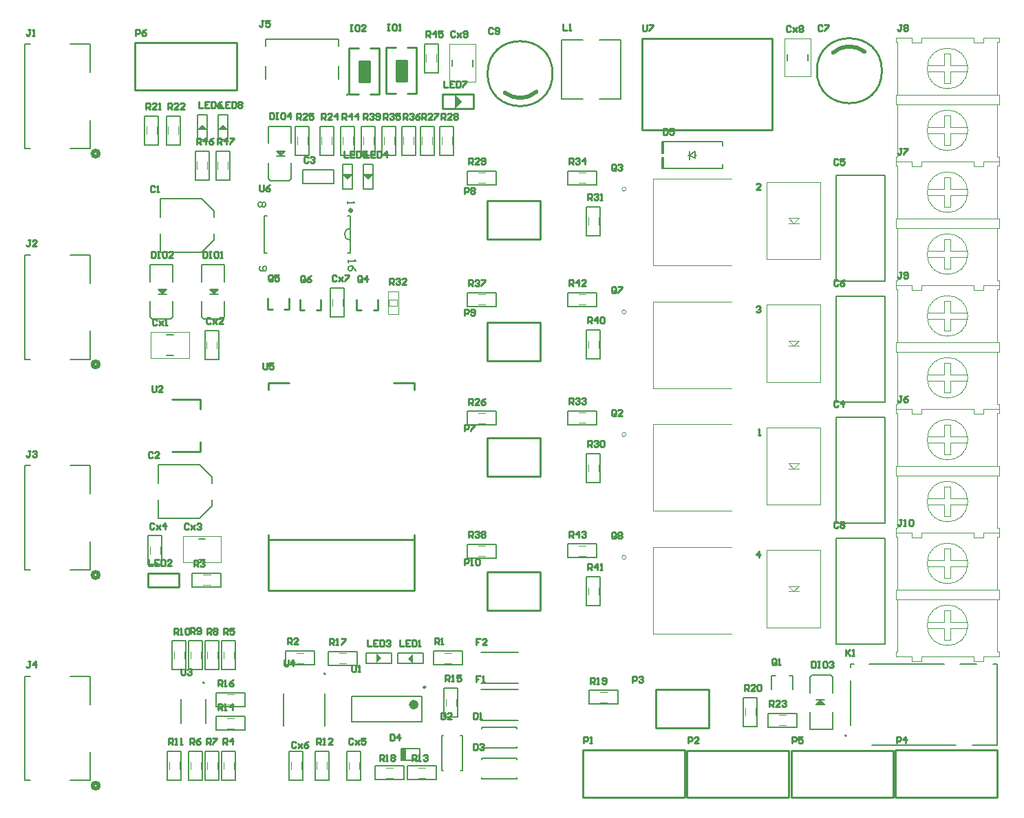
<source format=gto>
G04*
G04 #@! TF.GenerationSoftware,Altium Limited,Altium Designer,19.0.10 (269)*
G04*
G04 Layer_Color=65535*
%FSTAX24Y24*%
%MOIN*%
G70*
G01*
G75*
%ADD10C,0.0040*%
%ADD11C,0.0079*%
%ADD12C,0.0236*%
%ADD13C,0.0098*%
%ADD14C,0.0200*%
%ADD15C,0.0050*%
%ADD16C,0.0150*%
%ADD17C,0.0000*%
%ADD18C,0.0100*%
%ADD19C,0.0197*%
%ADD20C,0.0060*%
%ADD21C,0.0039*%
%ADD22C,0.0080*%
%ADD23C,0.0047*%
%ADD24R,0.0246X0.0581*%
%ADD25R,0.0500X0.1000*%
G36*
X042216Y084181D02*
X042382Y084016D01*
X042397Y084D01*
X042059Y083661D01*
Y084339D01*
X042216Y084181D01*
D02*
G37*
G36*
X031025Y08265D02*
X03104D01*
Y082625D01*
X03055D01*
X0308Y082875D01*
X031025Y08265D01*
D02*
G37*
G36*
X030025D02*
X03004D01*
Y082625D01*
X02955D01*
X0298Y082875D01*
X030025Y08265D01*
D02*
G37*
G36*
X03785Y080225D02*
X037625Y08045D01*
X03761D01*
Y080475D01*
X0381D01*
X03785Y080225D01*
D02*
G37*
G36*
X03685D02*
X036625Y08045D01*
X03661D01*
Y080475D01*
X0371D01*
X03685Y080225D01*
D02*
G37*
G36*
X03848Y057D02*
X038255Y056775D01*
Y05676D01*
X03823D01*
Y05725D01*
X03848Y057D01*
D02*
G37*
G36*
X040025Y05675D02*
X039775Y057D01*
X04Y057225D01*
Y05724D01*
X040025D01*
Y05675D01*
D02*
G37*
D10*
X066884Y0856D02*
G03*
X066884Y0856I-000984J0D01*
G01*
Y0826D02*
G03*
X066884Y0826I-000984J0D01*
G01*
Y0676D02*
G03*
X066884Y0676I-000984J0D01*
G01*
Y0646D02*
G03*
X066884Y0646I-000984J0D01*
G01*
Y0796D02*
G03*
X066884Y0796I-000984J0D01*
G01*
Y0766D02*
G03*
X066884Y0766I-000984J0D01*
G01*
Y0736D02*
G03*
X066884Y0736I-000984J0D01*
G01*
Y0706D02*
G03*
X066884Y0706I-000984J0D01*
G01*
Y0616D02*
G03*
X066884Y0616I-000984J0D01*
G01*
Y0586D02*
G03*
X066884Y0586I-000984J0D01*
G01*
X03005Y08073D02*
Y08107D01*
X02955Y08073D02*
Y08107D01*
X03105Y08073D02*
Y08107D01*
X03055Y08073D02*
Y08107D01*
X038693Y0512D02*
X039033D01*
X038693Y0517D02*
X039033D01*
X040267Y0512D02*
X040607D01*
X040267Y0517D02*
X040607D01*
X0346Y05163D02*
Y05197D01*
X0341Y05163D02*
Y05197D01*
X0414Y08193D02*
Y08227D01*
X0419Y08193D02*
Y08227D01*
X04095Y08193D02*
Y08227D01*
X04045Y08193D02*
Y08227D01*
X064636Y0811D02*
X067164D01*
X064164Y080864D02*
X064636D01*
X067164D02*
X067636D01*
X064636D02*
Y0811D01*
X067164Y080864D02*
Y0811D01*
X0634D02*
X064164D01*
Y08087D02*
Y0811D01*
X067636Y08087D02*
Y0811D01*
X0684D01*
X067636Y0871D02*
X0684D01*
X067636Y08687D02*
Y0871D01*
X064164Y08687D02*
Y0871D01*
X0634D02*
X064164D01*
X067164Y086864D02*
Y0871D01*
X064636Y086864D02*
Y0871D01*
X067164Y086864D02*
X067636D01*
X064164D02*
X064636D01*
Y0871D02*
X067164D01*
X06345Y083864D02*
X06834D01*
X06345Y084336D02*
X06834D01*
X0634Y0811D02*
Y08133D01*
Y08687D02*
X06349D01*
X0634D02*
Y0871D01*
Y083864D02*
X06349D01*
X0634Y084336D02*
X06349D01*
X0634Y083864D02*
Y084336D01*
X06349D02*
Y086864D01*
Y081336D02*
Y083864D01*
X0634Y081336D02*
X06349D01*
X06831D02*
X0684D01*
X06831D02*
Y083864D01*
Y084336D02*
Y086864D01*
X0684Y083864D02*
Y084336D01*
X06831D02*
X0684D01*
X06831Y083864D02*
X0684D01*
Y08687D02*
Y0871D01*
X06831Y08687D02*
X0684D01*
Y0811D02*
Y08133D01*
X06493Y085757D02*
X06574D01*
X065743D02*
Y08631D01*
X066057Y085757D02*
Y08631D01*
X06574D02*
X06605D01*
X06606Y085757D02*
X06687D01*
X06606Y085443D02*
X06687D01*
X06574Y08489D02*
X06605D01*
X066057D02*
Y085443D01*
X065743Y08489D02*
Y085443D01*
X06493D02*
X06574D01*
X06493Y082757D02*
X06574D01*
X065743D02*
Y08331D01*
X066057Y082757D02*
Y08331D01*
X06574D02*
X06605D01*
X06606Y082757D02*
X06687D01*
X06606Y082443D02*
X06687D01*
X06574Y08189D02*
X06605D01*
X066057D02*
Y082443D01*
X065743Y08189D02*
Y082443D01*
X06493D02*
X06574D01*
X03643Y05725D02*
X03677D01*
X03643Y05675D02*
X03677D01*
X03535Y05163D02*
Y05197D01*
X03585Y05163D02*
Y05197D01*
X03438Y05675D02*
X03472D01*
X03438Y05725D02*
X03472D01*
X04153Y05675D02*
X04187D01*
X04153Y05725D02*
X04187D01*
X0374Y051624D02*
Y051964D01*
X0369Y051624D02*
Y051964D01*
X029855Y061039D02*
X030195D01*
X029855Y060539D02*
X030195D01*
X031331Y051621D02*
Y051961D01*
X030831Y051621D02*
Y051961D01*
Y056971D02*
Y057311D01*
X031331Y056971D02*
Y057311D01*
X027275Y062069D02*
Y062409D01*
X027775Y062069D02*
Y062409D01*
X030525Y072025D02*
Y072365D01*
X030025Y072025D02*
Y072365D01*
X030531Y051621D02*
Y051961D01*
X030031Y051621D02*
Y051961D01*
X029731Y051621D02*
Y051961D01*
X029231Y051621D02*
Y051961D01*
X030031Y056971D02*
Y057311D01*
X030531Y056971D02*
Y057311D01*
X029231Y056971D02*
Y057311D01*
X029731Y056971D02*
Y057311D01*
X028431Y056971D02*
Y057311D01*
X028931Y056971D02*
Y057311D01*
X0287Y05163D02*
Y05197D01*
X0282Y05163D02*
Y05197D01*
X031011Y054095D02*
X031351D01*
X031011Y053595D02*
X031351D01*
X0421Y05468D02*
Y05502D01*
X0416Y05468D02*
Y05502D01*
X031011Y055241D02*
X031351D01*
X031011Y054741D02*
X031351D01*
X04908Y05485D02*
X04942D01*
X04908Y05535D02*
X04942D01*
X0566Y05423D02*
Y05457D01*
X0561Y05423D02*
Y05457D01*
X027598Y08243D02*
Y08277D01*
X027098Y08243D02*
Y08277D01*
X02865Y08243D02*
Y08277D01*
X02815Y08243D02*
Y08277D01*
X05773Y05425D02*
X05807D01*
X05773Y05375D02*
X05807D01*
X035589Y08193D02*
Y08227D01*
X036089Y08193D02*
Y08227D01*
X0349Y08193D02*
Y08227D01*
X0344Y08193D02*
Y08227D01*
X064636Y0631D02*
X067164D01*
X064164Y062864D02*
X064636D01*
X067164D02*
X067636D01*
X064636D02*
Y0631D01*
X067164Y062864D02*
Y0631D01*
X0634D02*
X064164D01*
Y06287D02*
Y0631D01*
X067636Y06287D02*
Y0631D01*
X0684D01*
X067636Y0691D02*
X0684D01*
X067636Y06887D02*
Y0691D01*
X064164Y06887D02*
Y0691D01*
X0634D02*
X064164D01*
X067164Y068864D02*
Y0691D01*
X064636Y068864D02*
Y0691D01*
X067164Y068864D02*
X067636D01*
X064164D02*
X064636D01*
Y0691D02*
X067164D01*
X06345Y065864D02*
X06834D01*
X06345Y066336D02*
X06834D01*
X0634Y0631D02*
Y06333D01*
Y06887D02*
X06349D01*
X0634D02*
Y0691D01*
Y065864D02*
X06349D01*
X0634Y066336D02*
X06349D01*
X0634Y065864D02*
Y066336D01*
X06349D02*
Y068864D01*
Y063336D02*
Y065864D01*
X0634Y063336D02*
X06349D01*
X06831D02*
X0684D01*
X06831D02*
Y065864D01*
Y066336D02*
Y068864D01*
X0684Y065864D02*
Y066336D01*
X06831D02*
X0684D01*
X06831Y065864D02*
X0684D01*
Y06887D02*
Y0691D01*
X06831Y06887D02*
X0684D01*
Y0631D02*
Y06333D01*
X06493Y067757D02*
X06574D01*
X065743D02*
Y06831D01*
X066057Y067757D02*
Y06831D01*
X06574D02*
X06605D01*
X06606Y067757D02*
X06687D01*
X06606Y067443D02*
X06687D01*
X06574Y06689D02*
X06605D01*
X066057D02*
Y067443D01*
X065743Y06689D02*
Y067443D01*
X06493D02*
X06574D01*
X06493Y064757D02*
X06574D01*
X065743D02*
Y06531D01*
X066057Y064757D02*
Y06531D01*
X06574D02*
X06605D01*
X06606Y064757D02*
X06687D01*
X06606Y064443D02*
X06687D01*
X06574Y06389D02*
X06605D01*
X066057D02*
Y064443D01*
X065743Y06389D02*
Y064443D01*
X06493D02*
X06574D01*
X064636Y0751D02*
X067164D01*
X064164Y074864D02*
X064636D01*
X067164D02*
X067636D01*
X064636D02*
Y0751D01*
X067164Y074864D02*
Y0751D01*
X0634D02*
X064164D01*
Y07487D02*
Y0751D01*
X067636Y07487D02*
Y0751D01*
X0684D01*
X067636Y0811D02*
X0684D01*
X067636Y08087D02*
Y0811D01*
X064164Y08087D02*
Y0811D01*
X0634D02*
X064164D01*
X067164Y080864D02*
Y0811D01*
X064636Y080864D02*
Y0811D01*
X067164Y080864D02*
X067636D01*
X064164D02*
X064636D01*
Y0811D02*
X067164D01*
X06345Y077864D02*
X06834D01*
X06345Y078336D02*
X06834D01*
X0634Y0751D02*
Y07533D01*
Y08087D02*
X06349D01*
X0634D02*
Y0811D01*
Y077864D02*
X06349D01*
X0634Y078336D02*
X06349D01*
X0634Y077864D02*
Y078336D01*
X06349D02*
Y080864D01*
Y075336D02*
Y077864D01*
X0634Y075336D02*
X06349D01*
X06831D02*
X0684D01*
X06831D02*
Y077864D01*
Y078336D02*
Y080864D01*
X0684Y077864D02*
Y078336D01*
X06831D02*
X0684D01*
X06831Y077864D02*
X0684D01*
Y08087D02*
Y0811D01*
X06831Y08087D02*
X0684D01*
Y0751D02*
Y07533D01*
X06493Y079757D02*
X06574D01*
X065743D02*
Y08031D01*
X066057Y079757D02*
Y08031D01*
X06574D02*
X06605D01*
X06606Y079757D02*
X06687D01*
X06606Y079443D02*
X06687D01*
X06574Y07889D02*
X06605D01*
X066057D02*
Y079443D01*
X065743Y07889D02*
Y079443D01*
X06493D02*
X06574D01*
X06493Y076757D02*
X06574D01*
X065743D02*
Y07731D01*
X066057Y076757D02*
Y07731D01*
X06574D02*
X06605D01*
X06606Y076757D02*
X06687D01*
X06606Y076443D02*
X06687D01*
X06574Y07589D02*
X06605D01*
X066057D02*
Y076443D01*
X065743Y07589D02*
Y076443D01*
X06493D02*
X06574D01*
X04318Y0689D02*
X04352D01*
X04318Y0684D02*
X04352D01*
X04318Y08055D02*
X04352D01*
X04318Y08005D02*
X04352D01*
X059749Y06795D02*
Y0682D01*
X057151D02*
X059749D01*
X057151Y06445D02*
Y0682D01*
X059749Y06445D02*
Y0682D01*
X057151Y06445D02*
X059749D01*
X057151D02*
Y06465D01*
X0582Y06645D02*
X05845D01*
X0582D02*
X05845Y0662D01*
X0582D02*
X05845D01*
Y06645D02*
X0587D01*
X05845Y0662D02*
X0587Y06645D01*
X05845Y0662D02*
X0587D01*
X059749Y07985D02*
Y0801D01*
X057151D02*
X059749D01*
X057151Y07635D02*
Y0801D01*
X059749Y07635D02*
Y0801D01*
X057151Y07635D02*
X059749D01*
X057151D02*
Y07655D01*
X0582Y07835D02*
X05845D01*
X0582D02*
X05845Y0781D01*
X0582D02*
X05845D01*
Y07835D02*
X0587D01*
X05845Y0781D02*
X0587Y07835D01*
X05845Y0781D02*
X0587D01*
X049Y066063D02*
Y066403D01*
X0485Y066063D02*
Y066403D01*
X049Y07803D02*
Y07837D01*
X0485Y07803D02*
Y07837D01*
X04803Y06891D02*
X04837D01*
X04803Y06841D02*
X04837D01*
X04803Y08055D02*
X04837D01*
X04803Y08005D02*
X04837D01*
X0391Y08193D02*
Y08227D01*
X0386Y08193D02*
Y08227D01*
X0366Y07408D02*
Y07442D01*
X0361Y07408D02*
Y07442D01*
X04005Y08193D02*
Y08227D01*
X03955Y08193D02*
Y08227D01*
X064636Y0691D02*
X067164D01*
X064164Y068864D02*
X064636D01*
X067164D02*
X067636D01*
X064636D02*
Y0691D01*
X067164Y068864D02*
Y0691D01*
X0634D02*
X064164D01*
Y06887D02*
Y0691D01*
X067636Y06887D02*
Y0691D01*
X0684D01*
X067636Y0751D02*
X0684D01*
X067636Y07487D02*
Y0751D01*
X064164Y07487D02*
Y0751D01*
X0634D02*
X064164D01*
X067164Y074864D02*
Y0751D01*
X064636Y074864D02*
Y0751D01*
X067164Y074864D02*
X067636D01*
X064164D02*
X064636D01*
Y0751D02*
X067164D01*
X06345Y071864D02*
X06834D01*
X06345Y072336D02*
X06834D01*
X0634Y0691D02*
Y06933D01*
Y07487D02*
X06349D01*
X0634D02*
Y0751D01*
Y071864D02*
X06349D01*
X0634Y072336D02*
X06349D01*
X0634Y071864D02*
Y072336D01*
X06349D02*
Y074864D01*
Y069336D02*
Y071864D01*
X0634Y069336D02*
X06349D01*
X06831D02*
X0684D01*
X06831D02*
Y071864D01*
Y072336D02*
Y074864D01*
X0684Y071864D02*
Y072336D01*
X06831D02*
X0684D01*
X06831Y071864D02*
X0684D01*
Y07487D02*
Y0751D01*
X06831Y07487D02*
X0684D01*
Y0691D02*
Y06933D01*
X06493Y073757D02*
X06574D01*
X065743D02*
Y07431D01*
X066057Y073757D02*
Y07431D01*
X06574D02*
X06605D01*
X06606Y073757D02*
X06687D01*
X06606Y073443D02*
X06687D01*
X06574Y07289D02*
X06605D01*
X066057D02*
Y073443D01*
X065743Y07289D02*
Y073443D01*
X06493D02*
X06574D01*
X06493Y070757D02*
X06574D01*
X065743D02*
Y07131D01*
X066057Y070757D02*
Y07131D01*
X06574D02*
X06605D01*
X06606Y070757D02*
X06687D01*
X06606Y070443D02*
X06687D01*
X06574Y06989D02*
X06605D01*
X066057D02*
Y070443D01*
X065743Y06989D02*
Y070443D01*
X06493D02*
X06574D01*
X04318Y07464D02*
X04352D01*
X04318Y07414D02*
X04352D01*
X064636Y0571D02*
X067164D01*
X064164Y056864D02*
X064636D01*
X067164D02*
X067636D01*
X064636D02*
Y0571D01*
X067164Y056864D02*
Y0571D01*
X0634D02*
X064164D01*
Y05687D02*
Y0571D01*
X067636Y05687D02*
Y0571D01*
X0684D01*
X067636Y0631D02*
X0684D01*
X067636Y06287D02*
Y0631D01*
X064164Y06287D02*
Y0631D01*
X0634D02*
X064164D01*
X067164Y062864D02*
Y0631D01*
X064636Y062864D02*
Y0631D01*
X067164Y062864D02*
X067636D01*
X064164D02*
X064636D01*
Y0631D02*
X067164D01*
X06345Y059864D02*
X06834D01*
X06345Y060336D02*
X06834D01*
X0634Y0571D02*
Y05733D01*
Y06287D02*
X06349D01*
X0634D02*
Y0631D01*
Y059864D02*
X06349D01*
X0634Y060336D02*
X06349D01*
X0634Y059864D02*
Y060336D01*
X06349D02*
Y062864D01*
Y057336D02*
Y059864D01*
X0634Y057336D02*
X06349D01*
X06831D02*
X0684D01*
X06831D02*
Y059864D01*
Y060336D02*
Y062864D01*
X0684Y059864D02*
Y060336D01*
X06831D02*
X0684D01*
X06831Y059864D02*
X0684D01*
Y06287D02*
Y0631D01*
X06831Y06287D02*
X0684D01*
Y0571D02*
Y05733D01*
X06493Y061757D02*
X06574D01*
X065743D02*
Y06231D01*
X066057Y061757D02*
Y06231D01*
X06574D02*
X06605D01*
X06606Y061757D02*
X06687D01*
X06606Y061443D02*
X06687D01*
X06574Y06089D02*
X06605D01*
X066057D02*
Y061443D01*
X065743Y06089D02*
Y061443D01*
X06493D02*
X06574D01*
X06493Y058757D02*
X06574D01*
X065743D02*
Y05931D01*
X066057Y058757D02*
Y05931D01*
X06574D02*
X06605D01*
X06606Y058757D02*
X06687D01*
X06606Y058443D02*
X06687D01*
X06574Y05789D02*
X06605D01*
X066057D02*
Y058443D01*
X065743Y05789D02*
Y058443D01*
X06493D02*
X06574D01*
X04318Y06245D02*
X04352D01*
X04318Y06195D02*
X04352D01*
X059749Y0739D02*
Y07415D01*
X057151D02*
X059749D01*
X057151Y0704D02*
Y07415D01*
X059749Y0704D02*
Y07415D01*
X057151Y0704D02*
X059749D01*
X057151D02*
Y0706D01*
X0582Y0724D02*
X05845D01*
X0582D02*
X05845Y07215D01*
X0582D02*
X05845D01*
Y0724D02*
X0587D01*
X05845Y07215D02*
X0587Y0724D01*
X05845Y07215D02*
X0587D01*
X059749Y062D02*
Y06225D01*
X057151D02*
X059749D01*
X057151Y0585D02*
Y06225D01*
X059749Y0585D02*
Y06225D01*
X057151Y0585D02*
X059749D01*
X057151D02*
Y0587D01*
X0582Y0605D02*
X05845D01*
X0582D02*
X05845Y06025D01*
X0582D02*
X05845D01*
Y0605D02*
X0587D01*
X05845Y06025D02*
X0587Y0605D01*
X05845Y06025D02*
X0587D01*
X049Y072047D02*
Y072387D01*
X0485Y072047D02*
Y072387D01*
X0376Y08193D02*
Y08227D01*
X0381Y08193D02*
Y08227D01*
X049Y06008D02*
Y06042D01*
X0485Y06008D02*
Y06042D01*
X04803Y07465D02*
X04837D01*
X04803Y07415D02*
X04837D01*
X04803Y06246D02*
X04837D01*
X04803Y06196D02*
X04837D01*
X0366Y08193D02*
Y08227D01*
X0371Y08193D02*
Y08227D01*
X040654Y08593D02*
Y08627D01*
X041154Y08593D02*
Y08627D01*
D11*
X035772Y056246D02*
G03*
X035772Y056246I-000039J0D01*
G01*
X029913Y055815D02*
G03*
X029913Y055815I-000039J0D01*
G01*
X06101Y05325D02*
G03*
X06101Y05325I-000039J0D01*
G01*
X036872Y084329D02*
G03*
X036872Y084329I-000039J0D01*
G01*
X037057Y053925D02*
Y055146D01*
X040443Y053925D02*
Y055146D01*
X037057Y053925D02*
X040443D01*
X037057Y055146D02*
X040443D01*
X039457Y052635D02*
X040343Y052635D01*
Y052065D02*
Y052635D01*
X039457Y052065D02*
X040343D01*
X039457Y052635D02*
X039457Y052065D01*
X030178Y074637D02*
X030572D01*
X030257Y074834D02*
X030493D01*
X030178Y074874D02*
X030572D01*
X030178D02*
X030375Y074677D01*
X030316Y074775D02*
X030434D01*
X030375Y074677D02*
X030572Y074874D01*
X029775Y073539D02*
Y074316D01*
X030875Y073539D02*
Y074316D01*
Y075261D02*
Y076089D01*
X029775Y075261D02*
Y076089D01*
X029875Y073439D02*
X030775D01*
X030875Y073539D01*
X029775D02*
X029875Y073439D01*
X029775Y076089D02*
X030875D01*
X029628Y061791D02*
X029943D01*
X029638Y062781D02*
X029953D01*
X028088Y072687D02*
X028403D01*
X028078Y071697D02*
X028393D01*
X027678Y074637D02*
X028072D01*
X027757Y074834D02*
X027993D01*
X027678Y074874D02*
X028072D01*
X027678D02*
X027875Y074677D01*
X027816Y074775D02*
X027934D01*
X027875Y074677D02*
X028072Y074874D01*
X027275Y073539D02*
Y074316D01*
X028375Y073539D02*
Y074316D01*
Y075261D02*
Y076089D01*
X027275Y075261D02*
Y076089D01*
X027375Y073439D02*
X028275D01*
X028375Y073539D01*
X027275D02*
X027375Y073439D01*
X027275Y076089D02*
X028375D01*
X059553Y055001D02*
X059947D01*
X059632Y054804D02*
X059868D01*
X059553Y054765D02*
X059947D01*
X05975Y054962D02*
X059947Y054765D01*
X059691Y054863D02*
X059809D01*
X059553Y054765D02*
X05975Y054962D01*
X06035Y055322D02*
Y0561D01*
X05925Y055322D02*
Y0561D01*
Y05355D02*
Y054378D01*
X06035Y05355D02*
Y054378D01*
X05935Y0562D02*
X06025D01*
X05925Y0561D02*
X05935Y0562D01*
X06025D02*
X06035Y0561D01*
X05925Y05355D02*
X06035D01*
X058412Y055502D02*
Y056142D01*
X057388Y055502D02*
Y056142D01*
X057565D01*
X058235D02*
X058412D01*
X033403Y081349D02*
X033797D01*
X033482Y081546D02*
X033718D01*
X033403Y081585D02*
X033797D01*
X033403D02*
X0336Y081388D01*
X033541Y081487D02*
X033659D01*
X0336Y081388D02*
X033797Y081585D01*
X033Y08025D02*
Y081028D01*
X0341Y08025D02*
Y081028D01*
Y081972D02*
Y0828D01*
X033Y081972D02*
Y0828D01*
X0331Y08015D02*
X034D01*
X0341Y08025D01*
X033D02*
X0331Y08015D01*
X033Y0828D02*
X0341D01*
X049044Y086987D02*
X050087D01*
X047213D02*
X048256D01*
X049044Y084113D02*
X050087D01*
X047213D02*
X048256D01*
X047213D02*
Y086987D01*
X050087Y084113D02*
Y086987D01*
X058152Y085982D02*
Y086297D01*
X059142Y085972D02*
Y086287D01*
X052074Y08075D02*
X055D01*
Y080937D01*
X052074Y08075D02*
Y0813D01*
X055Y081863D02*
Y08205D01*
X052074Y0813D02*
X05215D01*
Y08075D02*
Y0813D01*
Y0815D02*
Y08205D01*
X052074Y0815D02*
X05215D01*
X052074Y08205D02*
X055D01*
X052074Y0815D02*
Y08205D01*
X053393Y081203D02*
Y081597D01*
Y0814D02*
X053668Y081243D01*
X053393Y0814D02*
X053668Y081597D01*
Y081243D02*
Y081597D01*
X053353Y0814D02*
X053393D01*
X053668D02*
X053747D01*
X042902Y085703D02*
Y086018D01*
X041912Y085713D02*
Y086028D01*
D12*
X040167Y054752D02*
G03*
X040167Y054752I-000118J0D01*
G01*
D13*
X040624Y055598D02*
G03*
X040624Y055598I-000049J0D01*
G01*
D14*
X02464Y08162D02*
G03*
X02464Y08132I0J-00015D01*
G01*
D02*
G03*
X02464Y08162I0J00015D01*
G01*
Y071403D02*
G03*
X02464Y071103I0J-00015D01*
G01*
D02*
G03*
X02464Y071403I0J00015D01*
G01*
Y061187D02*
G03*
X02464Y060887I0J-00015D01*
G01*
D02*
G03*
X02464Y061187I0J00015D01*
G01*
Y05097D02*
G03*
X02464Y05067I0J-00015D01*
G01*
D02*
G03*
X02464Y05097I0J00015D01*
G01*
D15*
X036965Y07783D02*
G03*
X036965Y077289I0J-00027D01*
G01*
X02946Y0802D02*
Y0816D01*
Y0802D02*
X03013D01*
Y0816D01*
X02946D02*
X03013D01*
X03046Y0802D02*
Y0816D01*
Y0802D02*
X03113D01*
Y0816D01*
X03046D02*
X03113D01*
X038163Y05179D02*
X039563D01*
X038163Y05112D02*
Y05179D01*
Y05112D02*
X039563D01*
Y05179D01*
X039737D02*
X041137D01*
X039737Y05112D02*
Y05179D01*
Y05112D02*
X041137D01*
Y05179D01*
X03402Y0511D02*
X03469D01*
X03402D02*
Y0525D01*
X03469D01*
Y0511D02*
Y0525D01*
X04199Y0814D02*
Y0828D01*
X04132D02*
X04199D01*
X04132Y0814D02*
Y0828D01*
Y0814D02*
X04199D01*
X04036D02*
Y0828D01*
Y0814D02*
X04103D01*
Y0828D01*
X04036D02*
X04103D01*
X035742Y053709D02*
Y055283D01*
X033758Y053709D02*
Y055283D01*
X0359Y05666D02*
X0373D01*
Y05733D01*
X0359D02*
X0373D01*
X0359Y05666D02*
Y05733D01*
X03594Y0511D02*
Y0525D01*
X03527D02*
X03594D01*
X03527Y0511D02*
Y0525D01*
Y0511D02*
X03594D01*
X03385Y05734D02*
X03525D01*
X03385Y05667D02*
Y05734D01*
Y05667D02*
X03525D01*
Y05734D01*
X041D02*
X0424D01*
X041Y05667D02*
Y05734D01*
Y05667D02*
X0424D01*
Y05734D01*
X043304Y057303D02*
X045096D01*
X043304Y055797D02*
X045096D01*
X043304Y055503D02*
X045096D01*
X043304Y053997D02*
X045096D01*
X045052Y051146D02*
Y051229D01*
Y052071D02*
Y052154D01*
X043348Y051146D02*
Y051229D01*
Y052071D02*
Y052154D01*
X045052D01*
X043348Y051146D02*
X045052D01*
X041396Y051548D02*
X041479D01*
X042321D02*
X042404D01*
X041396Y053252D02*
X041479D01*
X042321D02*
X042404D01*
Y051548D02*
Y053252D01*
X041396Y051548D02*
Y053252D01*
X043348Y053571D02*
Y053654D01*
Y052646D02*
Y052729D01*
X045052Y053571D02*
Y053654D01*
Y052646D02*
Y052729D01*
X043348Y052646D02*
X045052D01*
X043348Y053654D02*
X045052D01*
X03682Y051094D02*
X03749D01*
X03682D02*
Y052494D01*
X03749D01*
Y051094D02*
Y052494D01*
X029325Y060449D02*
X030725D01*
Y061119D01*
X029325D02*
X030725D01*
X029325Y060449D02*
Y061119D01*
X029972Y053846D02*
Y055028D01*
X028791Y053846D02*
Y055028D01*
X030741Y051091D02*
Y052491D01*
Y051091D02*
X031411D01*
Y052491D01*
X030741D02*
X031411D01*
X031421Y056441D02*
Y057841D01*
X030751D02*
X031421D01*
X030751Y056441D02*
Y057841D01*
Y056441D02*
X031421D01*
X029664Y063789D02*
X030274Y0644D01*
X029664Y066388D02*
X030274Y065778D01*
X027676Y066388D02*
X029664D01*
X027676Y063789D02*
X029664D01*
X027676Y065482D02*
Y066388D01*
Y063789D02*
Y064695D01*
X030274Y0644D02*
Y064695D01*
Y065482D02*
Y065778D01*
X029764Y076689D02*
X030374Y0773D01*
X029764Y079288D02*
X030374Y078678D01*
X027776Y079288D02*
X029764D01*
X027776Y076689D02*
X029764D01*
X027776Y078382D02*
Y079288D01*
Y076689D02*
Y077595D01*
X030374Y0773D02*
Y077595D01*
Y078382D02*
Y078678D01*
X027185Y062939D02*
X027855D01*
Y061539D02*
Y062939D01*
X027185Y061539D02*
X027855D01*
X027185D02*
Y062939D01*
X029945Y071495D02*
X030615D01*
X029945D02*
Y072895D01*
X030615D01*
Y071495D02*
Y072895D01*
X029941Y051091D02*
Y052491D01*
Y051091D02*
X030611D01*
Y052491D01*
X029941D02*
X030611D01*
X029141Y051091D02*
Y052491D01*
Y051091D02*
X029811D01*
Y052491D01*
X029141D02*
X029811D01*
X030621Y056441D02*
Y057841D01*
X029951D02*
X030621D01*
X029951Y056441D02*
Y057841D01*
Y056441D02*
X030621D01*
X029821Y056441D02*
Y057841D01*
X029151D02*
X029821D01*
X029151Y056441D02*
Y057841D01*
Y056441D02*
X029821D01*
X029021Y056441D02*
Y057841D01*
X028351D02*
X029021D01*
X028351Y056441D02*
Y057841D01*
Y056441D02*
X029021D01*
X02811Y0511D02*
Y0525D01*
Y0511D02*
X02878D01*
Y0525D01*
X02811D02*
X02878D01*
X030481Y053505D02*
X031881D01*
Y054175D01*
X030481D02*
X031881D01*
X030481Y053505D02*
Y054175D01*
X04151Y05415D02*
Y05555D01*
Y05415D02*
X04218D01*
Y05555D01*
X04151D02*
X04218D01*
X030481Y054651D02*
X031881D01*
Y055321D01*
X030481D02*
X031881D01*
X030481Y054651D02*
Y055321D01*
X061203Y056709D02*
X061364D01*
X062093D02*
X065734D01*
X066522D02*
X067309D01*
X068096D02*
X068297D01*
X061203Y056561D02*
Y056709D01*
Y053766D02*
Y055931D01*
X068297Y052791D02*
Y056709D01*
X06223Y052791D02*
X066325D01*
X067112D02*
X068297D01*
X04855Y05544D02*
X04995D01*
X04855Y05477D02*
Y05544D01*
Y05477D02*
X04995D01*
Y05544D01*
X05601Y0537D02*
Y0551D01*
Y0537D02*
X05668D01*
Y0551D01*
X05601D02*
X05668D01*
X027008Y0819D02*
Y0833D01*
Y0819D02*
X027678D01*
Y0833D01*
X027008D02*
X027678D01*
X02806Y0819D02*
Y0833D01*
Y0819D02*
X02873D01*
Y0833D01*
X02806D02*
X02873D01*
X036965Y07666D02*
Y07846D01*
X032815Y07666D02*
Y07846D01*
X03685Y07666D02*
X036965Y07666D01*
X032815D02*
X03293Y07666D01*
X03685Y07846D02*
X036965Y07846D01*
X032815D02*
X03293Y07846D01*
X0572Y05366D02*
X0586D01*
Y05433D01*
X0572D02*
X0586D01*
X0572Y05366D02*
Y05433D01*
X036398Y086691D02*
Y08703D01*
X032878Y086691D02*
Y08703D01*
X036398D01*
Y085081D02*
Y085726D01*
X032878Y085081D02*
Y085726D01*
X036179Y0814D02*
Y0828D01*
X035509D02*
X036179D01*
X035509Y0814D02*
Y0828D01*
Y0814D02*
X036179D01*
X03431D02*
Y0828D01*
Y0814D02*
X03498D01*
Y0828D01*
X03431D02*
X03498D01*
X04265Y06831D02*
X04405D01*
Y06898D01*
X04265D02*
X04405D01*
X04265Y06831D02*
Y06898D01*
Y07996D02*
X04405D01*
Y08063D01*
X04265D02*
X04405D01*
X04265Y07996D02*
Y08063D01*
X060519Y063558D02*
Y068676D01*
X062881Y063558D02*
Y068676D01*
X060519Y063558D02*
X062881D01*
X060519Y068676D02*
X062881D01*
X060519Y075291D02*
Y080409D01*
X062881Y075291D02*
Y080409D01*
X060519Y075291D02*
X062881D01*
X060519Y080409D02*
X062881D01*
X04841Y065533D02*
Y066933D01*
Y065533D02*
X04908D01*
Y066933D01*
X04841D02*
X04908D01*
X04841Y0775D02*
Y0789D01*
Y0775D02*
X04908D01*
Y0789D01*
X04841D02*
X04908D01*
X0475Y06832D02*
X0489D01*
Y06899D01*
X0475D02*
X0489D01*
X0475Y06832D02*
Y06899D01*
Y07996D02*
X0489D01*
Y08063D01*
X0475D02*
X0489D01*
X0475Y07996D02*
Y08063D01*
X03851Y0814D02*
Y0828D01*
Y0814D02*
X03918D01*
Y0828D01*
X03851D02*
X03918D01*
X03602Y07355D02*
X03669D01*
X03602D02*
Y07495D01*
X03669D01*
Y07355D02*
Y07495D01*
X03946Y0814D02*
Y0828D01*
Y0814D02*
X04013D01*
Y0828D01*
X03946D02*
X04013D01*
X04265Y07405D02*
X04405D01*
Y07472D01*
X04265D02*
X04405D01*
X04265Y07405D02*
Y07472D01*
Y06186D02*
X04405D01*
Y06253D01*
X04265D02*
X04405D01*
X04265Y06186D02*
Y06253D01*
X060519Y069424D02*
Y074542D01*
X062881Y069424D02*
Y074542D01*
X060519Y069424D02*
X062881D01*
X060519Y074542D02*
X062881D01*
X060519Y057691D02*
Y062809D01*
X062881Y057691D02*
Y062809D01*
X060519Y057691D02*
X062881D01*
X060519Y062809D02*
X062881D01*
X04841Y071517D02*
Y072917D01*
Y071517D02*
X04908D01*
Y072917D01*
X04841D02*
X04908D01*
X03819Y0814D02*
Y0828D01*
X03752D02*
X03819D01*
X03752Y0814D02*
Y0828D01*
Y0814D02*
X03819D01*
X04841Y05955D02*
Y06095D01*
Y05955D02*
X04908D01*
Y06095D01*
X04841D02*
X04908D01*
X0475Y07406D02*
X0489D01*
Y07473D01*
X0475D02*
X0489D01*
X0475Y07406D02*
Y07473D01*
Y06187D02*
X0489D01*
Y06254D01*
X0475D02*
X0489D01*
X0475Y06187D02*
Y06254D01*
X03719Y0814D02*
Y0828D01*
X03652D02*
X03719D01*
X03652Y0814D02*
Y0828D01*
Y0814D02*
X03719D01*
X041244Y0854D02*
Y0868D01*
X040574D02*
X041244D01*
X040574Y0854D02*
Y0868D01*
Y0854D02*
X041244D01*
X03689Y07631D02*
Y076193D01*
Y076252D01*
X03724D01*
X037182Y07631D01*
X03724Y075785D02*
X037182Y075902D01*
X037065Y076018D01*
X036948D01*
X03689Y07596D01*
Y075843D01*
X036948Y075785D01*
X037007D01*
X037065Y075843D01*
Y076018D01*
X032632Y076023D02*
X032574Y075965D01*
Y075848D01*
X032632Y07579D01*
X032865D01*
X032924Y075848D01*
Y075965D01*
X032865Y076023D01*
X032807D01*
X032749Y075965D01*
Y07579D01*
X032817Y079131D02*
X032875Y079073D01*
Y078956D01*
X032817Y078898D01*
X032758D01*
X0327Y078956D01*
X032642Y078898D01*
X032584D01*
X032525Y078956D01*
Y079073D01*
X032584Y079131D01*
X032642D01*
X0327Y079073D01*
X032758Y079131D01*
X032817D01*
X0327Y079073D02*
Y078956D01*
X03684Y07916D02*
Y079043D01*
Y079102D01*
X03719D01*
X037132Y07916D01*
D16*
X03704Y07871D02*
G03*
X03704Y07871I-00005J0D01*
G01*
D17*
X050332Y067844D02*
G03*
X050332Y067844I-000098J0D01*
G01*
Y079744D02*
G03*
X050332Y079744I-000098J0D01*
G01*
Y073794D02*
G03*
X050332Y073794I-000098J0D01*
G01*
Y061894D02*
G03*
X050332Y061894I-000098J0D01*
G01*
D18*
X062725Y085489D02*
G03*
X062725Y085489I-001575J0D01*
G01*
X046775Y08535D02*
G03*
X046775Y08535I-001575J0D01*
G01*
X028677Y06045D02*
Y061127D01*
X027173D02*
X028677D01*
X027173Y06045D02*
X028677D01*
X027173D02*
Y061127D01*
X029713Y069076D02*
Y069568D01*
X028335Y067009D02*
X029713D01*
Y067501D01*
X028335Y069568D02*
X029713D01*
X048239Y052545D02*
X053161D01*
X048239Y050261D02*
Y052545D01*
Y050261D02*
X053161D01*
Y052545D01*
X053289Y052531D02*
X058211D01*
X053289Y050248D02*
Y052531D01*
Y050248D02*
X058211D01*
Y052531D01*
X033Y062738D02*
X040087D01*
X033Y060301D02*
X040087D01*
X040087Y060301D02*
X040087D01*
Y06297D01*
X039063Y070341D02*
X040087D01*
X040087D02*
X040087D01*
Y070022D02*
Y070341D01*
X033D02*
X03402D01*
X033Y070022D02*
Y070341D01*
Y060301D02*
Y06297D01*
X05177Y053614D02*
Y055484D01*
X05433Y053614D02*
Y055484D01*
X05177D02*
X05433D01*
X05177Y053614D02*
X05433D01*
X063389Y052545D02*
X068311D01*
X063389Y050261D02*
Y052545D01*
Y050261D02*
X068311D01*
Y052545D01*
X058339Y052531D02*
X063261D01*
X058339Y050248D02*
Y052531D01*
Y050248D02*
X063261D01*
Y052531D01*
X026539Y084569D02*
X031461D01*
Y086852D01*
X026539D02*
X031461D01*
X026539Y084569D02*
Y086852D01*
X04362Y065814D02*
Y067684D01*
X04618Y065814D02*
Y067684D01*
X04362D02*
X04618D01*
X04362Y065814D02*
X04618D01*
X04362Y077314D02*
Y079184D01*
X04618Y077314D02*
Y079184D01*
X04362D02*
X04618D01*
X04362Y077314D02*
X04618D01*
X03872Y084388D02*
X03917D01*
X03973D02*
X04018D01*
Y086608D01*
X03872Y084388D02*
Y086608D01*
X0392Y084998D02*
Y085998D01*
X0397D01*
Y084998D02*
Y085998D01*
X0392Y084998D02*
X0397D01*
X03872Y086608D02*
X03917D01*
X03973D02*
X04018D01*
X037288Y073885D02*
Y074397D01*
X038312Y073885D02*
Y074397D01*
X038095Y073885D02*
X038312D01*
X037288D02*
X037505D01*
X032978Y073935D02*
Y074447D01*
X034001Y073935D02*
Y074447D01*
X033785Y073935D02*
X034001D01*
X032978D02*
X033194D01*
X03692Y084353D02*
X03737D01*
X03793D02*
X03838D01*
Y086573D01*
X03692Y084353D02*
Y086573D01*
X0374Y084963D02*
Y085963D01*
X0379D01*
Y084963D02*
Y085963D01*
X0374Y084963D02*
X0379D01*
X03692Y086573D02*
X03737D01*
X03793D02*
X03838D01*
X057407Y083669D02*
Y087065D01*
X051108D02*
X057407D01*
X051108Y082635D02*
Y087065D01*
X057407Y082635D02*
Y083669D01*
X051108Y082635D02*
X057407D01*
X04362Y071414D02*
Y073284D01*
X04618Y071414D02*
Y073284D01*
X04362D02*
X04618D01*
X04362Y071414D02*
X04618D01*
X04362Y059314D02*
Y061184D01*
X04618Y059314D02*
Y061184D01*
X04362D02*
X04618D01*
X04362Y059314D02*
X04618D01*
X034528Y073885D02*
Y074397D01*
X035552Y073885D02*
Y074397D01*
X035335Y073885D02*
X035552D01*
X034528D02*
X034745D01*
X041452Y083661D02*
Y084339D01*
Y083661D02*
X042956D01*
X041452Y084339D02*
X042956D01*
Y083661D02*
Y084339D01*
X030539Y08193D02*
Y08223D01*
X030689D01*
X030739Y08218D01*
Y08208D01*
X030689Y08203D01*
X030539D01*
X030639D02*
X030739Y08193D01*
X030988D02*
Y08223D01*
X030839Y08208D01*
X031038D01*
X031138Y08223D02*
X031338D01*
Y08218D01*
X031138Y08198D01*
Y08193D01*
X02954Y08192D02*
Y08222D01*
X02969D01*
X02974Y08217D01*
Y08207D01*
X02969Y08202D01*
X02954D01*
X02964D02*
X02974Y08192D01*
X02999D02*
Y08222D01*
X02984Y08207D01*
X03004D01*
X03034Y08222D02*
X03024Y08217D01*
X03014Y08207D01*
Y08197D01*
X03019Y08192D01*
X03029D01*
X03034Y08197D01*
Y08202D01*
X03029Y08207D01*
X03014D01*
X03063Y08399D02*
Y08369D01*
X03083D01*
X03113Y08399D02*
X03093D01*
Y08369D01*
X03113D01*
X03093Y08384D02*
X03103D01*
X03123Y08399D02*
Y08369D01*
X03138D01*
X03143Y08374D01*
Y08394D01*
X03138Y08399D01*
X03123D01*
X03153Y08394D02*
X03158Y08399D01*
X03168D01*
X03173Y08394D01*
Y08389D01*
X03168Y08384D01*
X03173Y08379D01*
Y08374D01*
X03168Y08369D01*
X03158D01*
X03153Y08374D01*
Y08379D01*
X03158Y08384D01*
X03153Y08389D01*
Y08394D01*
X03158Y08384D02*
X03168D01*
X02963Y08399D02*
Y08369D01*
X02983D01*
X03013Y08399D02*
X02993D01*
Y08369D01*
X03013D01*
X02993Y08384D02*
X03003D01*
X03023Y08399D02*
Y08369D01*
X03038D01*
X03043Y08374D01*
Y08394D01*
X03038Y08399D01*
X03023D01*
X03073D02*
X03063Y08394D01*
X03053Y08384D01*
Y08374D01*
X03058Y08369D01*
X03068D01*
X03073Y08374D01*
Y08379D01*
X03068Y08384D01*
X03053D01*
X06368Y08772D02*
X06358D01*
X06363D01*
Y08747D01*
X06358Y08742D01*
X06353D01*
X06348Y08747D01*
X06378Y08767D02*
X06383Y08772D01*
X06393D01*
X06398Y08767D01*
Y08762D01*
X06393Y08757D01*
X06398Y08752D01*
Y08747D01*
X06393Y08742D01*
X06383D01*
X06378Y08747D01*
Y08752D01*
X06383Y08757D01*
X06378Y08762D01*
Y08767D01*
X06383Y08757D02*
X06393D01*
X03376Y05692D02*
Y05667D01*
X03381Y05662D01*
X03391D01*
X03396Y05667D01*
Y05692D01*
X03421Y05662D02*
Y05692D01*
X03406Y05677D01*
X03426D01*
X03705Y05665D02*
Y0564D01*
X0371Y05635D01*
X0372D01*
X03725Y0564D01*
Y05665D01*
X03735Y05635D02*
X03745D01*
X0374D01*
Y05665D01*
X03735Y0566D01*
X038393Y05202D02*
Y05232D01*
X038543D01*
X038593Y05227D01*
Y05217D01*
X038543Y05212D01*
X038393D01*
X038493D02*
X038593Y05202D01*
X038693D02*
X038792D01*
X038742D01*
Y05232D01*
X038693Y05227D01*
X038942D02*
X038992Y05232D01*
X039092D01*
X039142Y05227D01*
Y05222D01*
X039092Y05217D01*
X039142Y05212D01*
Y05207D01*
X039092Y05202D01*
X038992D01*
X038942Y05207D01*
Y05212D01*
X038992Y05217D01*
X038942Y05222D01*
Y05227D01*
X038992Y05217D02*
X039092D01*
X03598Y05765D02*
Y05795D01*
X03613D01*
X03618Y0579D01*
Y0578D01*
X03613Y05775D01*
X03598D01*
X03608D02*
X03618Y05765D01*
X03628D02*
X03638D01*
X03633D01*
Y05795D01*
X03628Y0579D01*
X03653Y05795D02*
X03673D01*
Y0579D01*
X03653Y0577D01*
Y05765D01*
X039967Y05202D02*
Y05232D01*
X040117D01*
X040167Y05227D01*
Y05217D01*
X040117Y05212D01*
X039967D01*
X040067D02*
X040167Y05202D01*
X040267D02*
X040367D01*
X040317D01*
Y05232D01*
X040267Y05227D01*
X040517D02*
X040567Y05232D01*
X040667D01*
X040717Y05227D01*
Y05222D01*
X040667Y05217D01*
X040617D01*
X040667D01*
X040717Y05212D01*
Y05207D01*
X040667Y05202D01*
X040567D01*
X040517Y05207D01*
X03535Y05283D02*
Y05313D01*
X0355D01*
X03555Y05308D01*
Y05298D01*
X0355Y05293D01*
X03535D01*
X03545D02*
X03555Y05283D01*
X03565D02*
X03575D01*
X0357D01*
Y05313D01*
X03565Y05308D01*
X0361Y05283D02*
X0359D01*
X0361Y05303D01*
Y05308D01*
X03605Y05313D01*
X03595D01*
X0359Y05308D01*
X03393Y05767D02*
Y05797D01*
X03408D01*
X03413Y05792D01*
Y05782D01*
X03408Y05777D01*
X03393D01*
X03403D02*
X03413Y05767D01*
X03443D02*
X03423D01*
X03443Y05787D01*
Y05792D01*
X03438Y05797D01*
X03428D01*
X03423Y05792D01*
X04107Y05767D02*
Y05797D01*
X04122D01*
X04127Y05792D01*
Y05782D01*
X04122Y05777D01*
X04107D01*
X04117D02*
X04127Y05767D01*
X04137D02*
X04147D01*
X04142D01*
Y05797D01*
X04137Y05792D01*
X03781Y05787D02*
Y05757D01*
X03801D01*
X03831Y05787D02*
X03811D01*
Y05757D01*
X03831D01*
X03811Y05772D02*
X03821D01*
X03841Y05787D02*
Y05757D01*
X03856D01*
X03861Y05762D01*
Y05782D01*
X03856Y05787D01*
X03841D01*
X03871Y05782D02*
X03876Y05787D01*
X03886D01*
X03891Y05782D01*
Y05777D01*
X03886Y05772D01*
X03881D01*
X03886D01*
X03891Y05767D01*
Y05762D01*
X03886Y05757D01*
X03876D01*
X03871Y05762D01*
X03936Y05787D02*
Y05757D01*
X03956D01*
X03986Y05787D02*
X03966D01*
Y05757D01*
X03986D01*
X03966Y05772D02*
X03976D01*
X03996Y05787D02*
Y05757D01*
X04011D01*
X04016Y05762D01*
Y05782D01*
X04011Y05787D01*
X03996D01*
X04026Y05757D02*
X04036D01*
X04031D01*
Y05787D01*
X04026Y05782D01*
X04327Y05794D02*
X04307D01*
Y05779D01*
X04317D01*
X04307D01*
Y05764D01*
X04357D02*
X04337D01*
X04357Y05784D01*
Y05789D01*
X04352Y05794D01*
X04342D01*
X04337Y05789D01*
X04327Y05614D02*
X04307D01*
Y05599D01*
X04317D01*
X04307D01*
Y05584D01*
X04337D02*
X04347D01*
X04342D01*
Y05614D01*
X04337Y05609D01*
X0389Y05331D02*
Y05301D01*
X03905D01*
X0391Y05306D01*
Y05326D01*
X03905Y05331D01*
X0389D01*
X03935Y05301D02*
Y05331D01*
X0392Y05316D01*
X0394D01*
X04294Y05286D02*
Y05256D01*
X04309D01*
X04314Y05261D01*
Y05281D01*
X04309Y05286D01*
X04294D01*
X04324Y05281D02*
X04329Y05286D01*
X04339D01*
X04344Y05281D01*
Y05276D01*
X04339Y05271D01*
X04334D01*
X04339D01*
X04344Y05266D01*
Y05261D01*
X04339Y05256D01*
X04329D01*
X04324Y05261D01*
X04139Y05436D02*
Y05406D01*
X04154D01*
X04159Y05411D01*
Y05431D01*
X04154Y05436D01*
X04139D01*
X04189Y05406D02*
X04169D01*
X04189Y05426D01*
Y05431D01*
X04184Y05436D01*
X04174D01*
X04169Y05431D01*
X04294Y05436D02*
Y05406D01*
X04309D01*
X04314Y05411D01*
Y05431D01*
X04309Y05436D01*
X04294D01*
X04324Y05406D02*
X04334D01*
X04329D01*
Y05436D01*
X04324Y05431D01*
X0371Y05307D02*
X03705Y05312D01*
X03695D01*
X0369Y05307D01*
Y05287D01*
X03695Y05282D01*
X03705D01*
X0371Y05287D01*
X0372Y05302D02*
X0374Y05282D01*
X0373Y05292D01*
X0374Y05302D01*
X0372Y05282D01*
X0377Y05312D02*
X0375D01*
Y05297D01*
X0376Y05302D01*
X03765D01*
X0377Y05297D01*
Y05287D01*
X03765Y05282D01*
X03755D01*
X0375Y05287D01*
X05113Y08771D02*
Y08746D01*
X05118Y08741D01*
X05128D01*
X05133Y08746D01*
Y08771D01*
X05143D02*
X05163D01*
Y08766D01*
X05143Y08746D01*
Y08741D01*
X03258Y07995D02*
Y0797D01*
X03263Y07965D01*
X03273D01*
X03278Y0797D01*
Y07995D01*
X03308D02*
X03298Y0799D01*
X03288Y0798D01*
Y0797D01*
X03293Y07965D01*
X03303D01*
X03308Y0797D01*
Y07975D01*
X03303Y0798D01*
X03288D01*
X032743Y071316D02*
Y071066D01*
X032793Y071016D01*
X032893D01*
X032943Y071066D01*
Y071316D01*
X033243D02*
X033043D01*
Y071166D01*
X033143Y071216D01*
X033193D01*
X033243Y071166D01*
Y071066D01*
X033193Y071016D01*
X033093D01*
X033043Y071066D01*
X028781Y05649D02*
Y056241D01*
X028831Y056191D01*
X028931D01*
X028981Y056241D01*
Y05649D01*
X029081Y05644D02*
X029131Y05649D01*
X029231D01*
X029281Y05644D01*
Y05639D01*
X029231Y056341D01*
X029181D01*
X029231D01*
X029281Y056291D01*
Y056241D01*
X029231Y056191D01*
X029131D01*
X029081Y056241D01*
X027365Y070218D02*
Y069969D01*
X027415Y069919D01*
X027515D01*
X027565Y069969D01*
Y070218D01*
X027865Y069919D02*
X027665D01*
X027865Y070119D01*
Y070168D01*
X027815Y070218D01*
X027715D01*
X027665Y070168D01*
X040644Y08712D02*
Y08742D01*
X040794D01*
X040844Y08737D01*
Y08727D01*
X040794Y08722D01*
X040644D01*
X040744D02*
X040844Y08712D01*
X041094D02*
Y08742D01*
X040944Y08727D01*
X041144D01*
X041444Y08742D02*
X041244D01*
Y08727D01*
X041344Y08732D01*
X041394D01*
X041444Y08727D01*
Y08717D01*
X041394Y08712D01*
X041294D01*
X041244Y08717D01*
X03659Y08312D02*
Y08342D01*
X03674D01*
X03679Y08337D01*
Y08327D01*
X03674Y08322D01*
X03659D01*
X03669D02*
X03679Y08312D01*
X03704D02*
Y08342D01*
X03689Y08327D01*
X03709D01*
X03734Y08312D02*
Y08342D01*
X03719Y08327D01*
X03739D01*
X04758Y06286D02*
Y06316D01*
X04773D01*
X04778Y06311D01*
Y06301D01*
X04773Y06296D01*
X04758D01*
X04768D02*
X04778Y06286D01*
X04803D02*
Y06316D01*
X04788Y06301D01*
X04808D01*
X04818Y06311D02*
X04823Y06316D01*
X04833D01*
X04838Y06311D01*
Y06306D01*
X04833Y06301D01*
X04828D01*
X04833D01*
X04838Y06296D01*
Y06291D01*
X04833Y06286D01*
X04823D01*
X04818Y06291D01*
X04758Y07506D02*
Y07536D01*
X04773D01*
X04778Y07531D01*
Y07521D01*
X04773Y07516D01*
X04758D01*
X04768D02*
X04778Y07506D01*
X04803D02*
Y07536D01*
X04788Y07521D01*
X04808D01*
X04838Y07506D02*
X04818D01*
X04838Y07526D01*
Y07531D01*
X04833Y07536D01*
X04823D01*
X04818Y07531D01*
X04848Y06128D02*
Y06158D01*
X04863D01*
X04868Y06153D01*
Y06143D01*
X04863Y06138D01*
X04848D01*
X04858D02*
X04868Y06128D01*
X04893D02*
Y06158D01*
X04878Y06143D01*
X04898D01*
X04908Y06128D02*
X04918D01*
X04913D01*
Y06158D01*
X04908Y06153D01*
X04848Y07324D02*
Y07354D01*
X04863D01*
X04868Y07349D01*
Y07339D01*
X04863Y07334D01*
X04848D01*
X04858D02*
X04868Y07324D01*
X04893D02*
Y07354D01*
X04878Y07339D01*
X04898D01*
X04908Y07349D02*
X04913Y07354D01*
X04923D01*
X04928Y07349D01*
Y07329D01*
X04923Y07324D01*
X04913D01*
X04908Y07329D01*
Y07349D01*
X0376Y08312D02*
Y08342D01*
X03775D01*
X0378Y08337D01*
Y08327D01*
X03775Y08322D01*
X0376D01*
X0377D02*
X0378Y08312D01*
X0379Y08337D02*
X03795Y08342D01*
X03805D01*
X0381Y08337D01*
Y08332D01*
X03805Y08327D01*
X038D01*
X03805D01*
X0381Y08322D01*
Y08317D01*
X03805Y08312D01*
X03795D01*
X0379Y08317D01*
X0382D02*
X03825Y08312D01*
X03835D01*
X0384Y08317D01*
Y08337D01*
X03835Y08342D01*
X03825D01*
X0382Y08337D01*
Y08332D01*
X03825Y08327D01*
X0384D01*
X04272Y06286D02*
Y06316D01*
X04287D01*
X04292Y06311D01*
Y06301D01*
X04287Y06296D01*
X04272D01*
X04282D02*
X04292Y06286D01*
X04302Y06311D02*
X04307Y06316D01*
X04317D01*
X04322Y06311D01*
Y06306D01*
X04317Y06301D01*
X04312D01*
X04317D01*
X04322Y06296D01*
Y06291D01*
X04317Y06286D01*
X04307D01*
X04302Y06291D01*
X04332Y06311D02*
X04337Y06316D01*
X04347D01*
X04352Y06311D01*
Y06306D01*
X04347Y06301D01*
X04352Y06296D01*
Y06291D01*
X04347Y06286D01*
X04337D01*
X04332Y06291D01*
Y06296D01*
X04337Y06301D01*
X04332Y06306D01*
Y06311D01*
X04337Y06301D02*
X04347D01*
X04272Y07504D02*
Y07534D01*
X04287D01*
X04292Y07529D01*
Y07519D01*
X04287Y07514D01*
X04272D01*
X04282D02*
X04292Y07504D01*
X04302Y07529D02*
X04307Y07534D01*
X04317D01*
X04322Y07529D01*
Y07524D01*
X04317Y07519D01*
X04312D01*
X04317D01*
X04322Y07514D01*
Y07509D01*
X04317Y07504D01*
X04307D01*
X04302Y07509D01*
X04332Y07534D02*
X04352D01*
Y07529D01*
X04332Y07509D01*
Y07504D01*
X03954Y08312D02*
Y08342D01*
X03969D01*
X03974Y08337D01*
Y08327D01*
X03969Y08322D01*
X03954D01*
X03964D02*
X03974Y08312D01*
X03984Y08337D02*
X03989Y08342D01*
X03999D01*
X04004Y08337D01*
Y08332D01*
X03999Y08327D01*
X03994D01*
X03999D01*
X04004Y08322D01*
Y08317D01*
X03999Y08312D01*
X03989D01*
X03984Y08317D01*
X04034Y08342D02*
X04024Y08337D01*
X04014Y08327D01*
Y08317D01*
X04019Y08312D01*
X04029D01*
X04034Y08317D01*
Y08322D01*
X04029Y08327D01*
X04014D01*
X03858Y08312D02*
Y08342D01*
X03873D01*
X03878Y08337D01*
Y08327D01*
X03873Y08322D01*
X03858D01*
X03868D02*
X03878Y08312D01*
X03888Y08337D02*
X03893Y08342D01*
X03903D01*
X03908Y08337D01*
Y08332D01*
X03903Y08327D01*
X03898D01*
X03903D01*
X03908Y08322D01*
Y08317D01*
X03903Y08312D01*
X03893D01*
X03888Y08317D01*
X03938Y08342D02*
X03918D01*
Y08327D01*
X03928Y08332D01*
X03933D01*
X03938Y08327D01*
Y08317D01*
X03933Y08312D01*
X03923D01*
X03918Y08317D01*
X04758Y08096D02*
Y08126D01*
X04773D01*
X04778Y08121D01*
Y08111D01*
X04773Y08106D01*
X04758D01*
X04768D02*
X04778Y08096D01*
X04788Y08121D02*
X04793Y08126D01*
X04803D01*
X04808Y08121D01*
Y08116D01*
X04803Y08111D01*
X04798D01*
X04803D01*
X04808Y08106D01*
Y08101D01*
X04803Y08096D01*
X04793D01*
X04788Y08101D01*
X04833Y08096D02*
Y08126D01*
X04818Y08111D01*
X04838D01*
X04758Y06932D02*
Y06962D01*
X04773D01*
X04778Y06957D01*
Y06947D01*
X04773Y06942D01*
X04758D01*
X04768D02*
X04778Y06932D01*
X04788Y06957D02*
X04793Y06962D01*
X04803D01*
X04808Y06957D01*
Y06952D01*
X04803Y06947D01*
X04798D01*
X04803D01*
X04808Y06942D01*
Y06937D01*
X04803Y06932D01*
X04793D01*
X04788Y06937D01*
X04818Y06957D02*
X04823Y06962D01*
X04833D01*
X04838Y06957D01*
Y06952D01*
X04833Y06947D01*
X04828D01*
X04833D01*
X04838Y06942D01*
Y06937D01*
X04833Y06932D01*
X04823D01*
X04818Y06937D01*
X03888Y07512D02*
Y07542D01*
X03903D01*
X03908Y07537D01*
Y07527D01*
X03903Y07522D01*
X03888D01*
X03898D02*
X03908Y07512D01*
X03918Y07537D02*
X03923Y07542D01*
X03933D01*
X03938Y07537D01*
Y07532D01*
X03933Y07527D01*
X03928D01*
X03933D01*
X03938Y07522D01*
Y07517D01*
X03933Y07512D01*
X03923D01*
X03918Y07517D01*
X03968Y07512D02*
X03948D01*
X03968Y07532D01*
Y07537D01*
X03963Y07542D01*
X03953D01*
X03948Y07537D01*
X04848Y07922D02*
Y07952D01*
X04863D01*
X04868Y07947D01*
Y07937D01*
X04863Y07932D01*
X04848D01*
X04858D02*
X04868Y07922D01*
X04878Y07947D02*
X04883Y07952D01*
X04893D01*
X04898Y07947D01*
Y07942D01*
X04893Y07937D01*
X04888D01*
X04893D01*
X04898Y07932D01*
Y07927D01*
X04893Y07922D01*
X04883D01*
X04878Y07927D01*
X04908Y07922D02*
X04918D01*
X04913D01*
Y07952D01*
X04908Y07947D01*
X04848Y06726D02*
Y06756D01*
X04863D01*
X04868Y06751D01*
Y06741D01*
X04863Y06736D01*
X04848D01*
X04858D02*
X04868Y06726D01*
X04878Y06751D02*
X04883Y06756D01*
X04893D01*
X04898Y06751D01*
Y06746D01*
X04893Y06741D01*
X04888D01*
X04893D01*
X04898Y06736D01*
Y06731D01*
X04893Y06726D01*
X04883D01*
X04878Y06731D01*
X04908Y06751D02*
X04913Y06756D01*
X04923D01*
X04928Y06751D01*
Y06731D01*
X04923Y06726D01*
X04913D01*
X04908Y06731D01*
Y06751D01*
X04272Y08096D02*
Y08126D01*
X04287D01*
X04292Y08121D01*
Y08111D01*
X04287Y08106D01*
X04272D01*
X04282D02*
X04292Y08096D01*
X04322D02*
X04302D01*
X04322Y08116D01*
Y08121D01*
X04317Y08126D01*
X04307D01*
X04302Y08121D01*
X04332Y08101D02*
X04337Y08096D01*
X04347D01*
X04352Y08101D01*
Y08121D01*
X04347Y08126D01*
X04337D01*
X04332Y08121D01*
Y08116D01*
X04337Y08111D01*
X04352D01*
X04139Y08313D02*
Y08343D01*
X04154D01*
X04159Y08338D01*
Y08328D01*
X04154Y08323D01*
X04139D01*
X04149D02*
X04159Y08313D01*
X04189D02*
X04169D01*
X04189Y08333D01*
Y08338D01*
X04184Y08343D01*
X04174D01*
X04169Y08338D01*
X04199D02*
X04204Y08343D01*
X04214D01*
X04219Y08338D01*
Y08333D01*
X04214Y08328D01*
X04219Y08323D01*
Y08318D01*
X04214Y08313D01*
X04204D01*
X04199Y08318D01*
Y08323D01*
X04204Y08328D01*
X04199Y08333D01*
Y08338D01*
X04204Y08328D02*
X04214D01*
X04044Y08312D02*
Y08342D01*
X04059D01*
X04064Y08337D01*
Y08327D01*
X04059Y08322D01*
X04044D01*
X04054D02*
X04064Y08312D01*
X04094D02*
X04074D01*
X04094Y08332D01*
Y08337D01*
X04089Y08342D01*
X04079D01*
X04074Y08337D01*
X04104Y08342D02*
X04124D01*
Y08337D01*
X04104Y08317D01*
Y08312D01*
X04272Y0693D02*
Y0696D01*
X04287D01*
X04292Y06955D01*
Y06945D01*
X04287Y0694D01*
X04272D01*
X04282D02*
X04292Y0693D01*
X04322D02*
X04302D01*
X04322Y0695D01*
Y06955D01*
X04317Y0696D01*
X04307D01*
X04302Y06955D01*
X04352Y0696D02*
X04342Y06955D01*
X04332Y06945D01*
Y06935D01*
X04337Y0693D01*
X04347D01*
X04352Y06935D01*
Y0694D01*
X04347Y06945D01*
X04332D01*
X03438Y08313D02*
Y08343D01*
X03453D01*
X03458Y08338D01*
Y08328D01*
X03453Y08323D01*
X03438D01*
X03448D02*
X03458Y08313D01*
X03488D02*
X03468D01*
X03488Y08333D01*
Y08338D01*
X03483Y08343D01*
X03473D01*
X03468Y08338D01*
X03518Y08343D02*
X03498D01*
Y08328D01*
X03508Y08333D01*
X03513D01*
X03518Y08328D01*
Y08318D01*
X03513Y08313D01*
X03503D01*
X03498Y08318D01*
X035579Y08313D02*
Y08343D01*
X035729D01*
X035779Y08338D01*
Y08328D01*
X035729Y08323D01*
X035579D01*
X035679D02*
X035779Y08313D01*
X036078D02*
X035878D01*
X036078Y08333D01*
Y08338D01*
X036028Y08343D01*
X035928D01*
X035878Y08338D01*
X036328Y08313D02*
Y08343D01*
X036178Y08328D01*
X036378D01*
X05728Y05466D02*
Y05496D01*
X05743D01*
X05748Y05491D01*
Y05481D01*
X05743Y05476D01*
X05728D01*
X05738D02*
X05748Y05466D01*
X05778D02*
X05758D01*
X05778Y05486D01*
Y05491D01*
X05773Y05496D01*
X05763D01*
X05758Y05491D01*
X05788D02*
X05793Y05496D01*
X05803D01*
X05808Y05491D01*
Y05486D01*
X05803Y05481D01*
X05798D01*
X05803D01*
X05808Y05476D01*
Y05471D01*
X05803Y05466D01*
X05793D01*
X05788Y05471D01*
X02813Y08363D02*
Y08393D01*
X02828D01*
X02833Y08388D01*
Y08378D01*
X02828Y08373D01*
X02813D01*
X02823D02*
X02833Y08363D01*
X02863D02*
X02843D01*
X02863Y08383D01*
Y08388D01*
X02858Y08393D01*
X02848D01*
X02843Y08388D01*
X02893Y08363D02*
X02873D01*
X02893Y08383D01*
Y08388D01*
X02888Y08393D01*
X02878D01*
X02873Y08388D01*
X02708Y08363D02*
Y08393D01*
X02723D01*
X02728Y08388D01*
Y08378D01*
X02723Y08373D01*
X02708D01*
X02718D02*
X02728Y08363D01*
X02758D02*
X02738D01*
X02758Y08383D01*
Y08388D01*
X02753Y08393D01*
X02743D01*
X02738Y08388D01*
X02768Y08363D02*
X02778D01*
X02773D01*
Y08393D01*
X02768Y08388D01*
X05608Y05542D02*
Y05572D01*
X05623D01*
X05628Y05567D01*
Y05557D01*
X05623Y05552D01*
X05608D01*
X05618D02*
X05628Y05542D01*
X05658D02*
X05638D01*
X05658Y05562D01*
Y05567D01*
X05653Y05572D01*
X05643D01*
X05638Y05567D01*
X05668D02*
X05673Y05572D01*
X05683D01*
X05688Y05567D01*
Y05547D01*
X05683Y05542D01*
X05673D01*
X05668Y05547D01*
Y05567D01*
X04862Y05576D02*
Y05606D01*
X04877D01*
X04882Y05601D01*
Y05591D01*
X04877Y05586D01*
X04862D01*
X04872D02*
X04882Y05576D01*
X04892D02*
X04902D01*
X04897D01*
Y05606D01*
X04892Y05601D01*
X04917Y05581D02*
X04922Y05576D01*
X04932D01*
X04937Y05581D01*
Y05601D01*
X04932Y05606D01*
X04922D01*
X04917Y05601D01*
Y05596D01*
X04922Y05591D01*
X04937D01*
X030561Y055641D02*
Y05594D01*
X030711D01*
X030761Y05589D01*
Y055791D01*
X030711Y055741D01*
X030561D01*
X030661D02*
X030761Y055641D01*
X030861D02*
X030961D01*
X030911D01*
Y05594D01*
X030861Y05589D01*
X031311Y05594D02*
X031211Y05589D01*
X031111Y055791D01*
Y055691D01*
X031161Y055641D01*
X031261D01*
X031311Y055691D01*
Y055741D01*
X031261Y055791D01*
X031111D01*
X04158Y05587D02*
Y05617D01*
X04173D01*
X04178Y05612D01*
Y05602D01*
X04173Y05597D01*
X04158D01*
X04168D02*
X04178Y05587D01*
X04188D02*
X04198D01*
X04193D01*
Y05617D01*
X04188Y05612D01*
X04233Y05617D02*
X04213D01*
Y05602D01*
X04223Y05607D01*
X04228D01*
X04233Y05602D01*
Y05592D01*
X04228Y05587D01*
X04218D01*
X04213Y05592D01*
X030561Y054501D02*
Y0548D01*
X030711D01*
X030761Y05475D01*
Y054651D01*
X030711Y054601D01*
X030561D01*
X030661D02*
X030761Y054501D01*
X030861D02*
X030961D01*
X030911D01*
Y0548D01*
X030861Y05475D01*
X031261Y054501D02*
Y0548D01*
X031111Y054651D01*
X031311D01*
X02819Y05283D02*
Y05313D01*
X02834D01*
X02839Y05308D01*
Y05298D01*
X02834Y05293D01*
X02819D01*
X02829D02*
X02839Y05283D01*
X02849D02*
X028589D01*
X02854D01*
Y05313D01*
X02849Y05308D01*
X028739Y05283D02*
X028839D01*
X028789D01*
Y05313D01*
X028739Y05308D01*
X028431Y058161D02*
Y05846D01*
X028581D01*
X028631Y05841D01*
Y058311D01*
X028581Y058261D01*
X028431D01*
X028531D02*
X028631Y058161D01*
X028731D02*
X028831D01*
X028781D01*
Y05846D01*
X028731Y05841D01*
X028981D02*
X029031Y05846D01*
X029131D01*
X029181Y05841D01*
Y058211D01*
X029131Y058161D01*
X029031D01*
X028981Y058211D01*
Y05841D01*
X029231Y058171D02*
Y05847D01*
X029381D01*
X029431Y05842D01*
Y058321D01*
X029381Y058271D01*
X029231D01*
X029331D02*
X029431Y058171D01*
X029531Y058221D02*
X029581Y058171D01*
X029681D01*
X029731Y058221D01*
Y05842D01*
X029681Y05847D01*
X029581D01*
X029531Y05842D01*
Y05837D01*
X029581Y058321D01*
X029731D01*
X030031Y058161D02*
Y05846D01*
X030181D01*
X030231Y05841D01*
Y058311D01*
X030181Y058261D01*
X030031D01*
X030131D02*
X030231Y058161D01*
X030331Y05841D02*
X030381Y05846D01*
X030481D01*
X030531Y05841D01*
Y05836D01*
X030481Y058311D01*
X030531Y058261D01*
Y058211D01*
X030481Y058161D01*
X030381D01*
X030331Y058211D01*
Y058261D01*
X030381Y058311D01*
X030331Y05836D01*
Y05841D01*
X030381Y058311D02*
X030481D01*
X030021Y052821D02*
Y05312D01*
X030171D01*
X030221Y05307D01*
Y052971D01*
X030171Y052921D01*
X030021D01*
X030121D02*
X030221Y052821D01*
X030321Y05312D02*
X030521D01*
Y05307D01*
X030321Y052871D01*
Y052821D01*
X029221D02*
Y05312D01*
X029371D01*
X029421Y05307D01*
Y052971D01*
X029371Y052921D01*
X029221D01*
X029321D02*
X029421Y052821D01*
X029721Y05312D02*
X029621Y05307D01*
X029521Y052971D01*
Y052871D01*
X029571Y052821D01*
X029671D01*
X029721Y052871D01*
Y052921D01*
X029671Y052971D01*
X029521D01*
X030831Y058161D02*
Y05846D01*
X030981D01*
X031031Y05841D01*
Y058311D01*
X030981Y058261D01*
X030831D01*
X030931D02*
X031031Y058161D01*
X031331Y05846D02*
X031131D01*
Y058311D01*
X031231Y05836D01*
X031281D01*
X031331Y058311D01*
Y058211D01*
X031281Y058161D01*
X031181D01*
X031131Y058211D01*
X030821Y052821D02*
Y05312D01*
X030971D01*
X031021Y05307D01*
Y052971D01*
X030971Y052921D01*
X030821D01*
X030921D02*
X031021Y052821D01*
X031271D02*
Y05312D01*
X031121Y052971D01*
X031321D01*
X029405Y061449D02*
Y061748D01*
X029555D01*
X029605Y061698D01*
Y061599D01*
X029555Y061549D01*
X029405D01*
X029505D02*
X029605Y061449D01*
X029705Y061698D02*
X029755Y061748D01*
X029855D01*
X029905Y061698D01*
Y061649D01*
X029855Y061599D01*
X029805D01*
X029855D01*
X029905Y061549D01*
Y061499D01*
X029855Y061449D01*
X029755D01*
X029705Y061499D01*
X04984Y06286D02*
Y06306D01*
X04979Y06311D01*
X04969D01*
X04964Y06306D01*
Y06286D01*
X04969Y06281D01*
X04979D01*
X04974Y06291D02*
X04984Y06281D01*
X04979D02*
X04984Y06286D01*
X04994Y06306D02*
X04999Y06311D01*
X05009D01*
X05014Y06306D01*
Y06301D01*
X05009Y06296D01*
X05014Y06291D01*
Y06286D01*
X05009Y06281D01*
X04999D01*
X04994Y06286D01*
Y06291D01*
X04999Y06296D01*
X04994Y06301D01*
Y06306D01*
X04999Y06296D02*
X05009D01*
X04984Y07476D02*
Y07496D01*
X04979Y07501D01*
X04969D01*
X04964Y07496D01*
Y07476D01*
X04969Y07471D01*
X04979D01*
X04974Y07481D02*
X04984Y07471D01*
X04979D02*
X04984Y07476D01*
X04994Y07501D02*
X05014D01*
Y07496D01*
X04994Y07476D01*
Y07471D01*
X034766Y075302D02*
Y075502D01*
X034716Y075552D01*
X034616D01*
X034566Y075502D01*
Y075302D01*
X034616Y075252D01*
X034716D01*
X034666Y075352D02*
X034766Y075252D01*
X034716D02*
X034766Y075302D01*
X035066Y075552D02*
X034966Y075502D01*
X034866Y075402D01*
Y075302D01*
X034916Y075252D01*
X035016D01*
X035066Y075302D01*
Y075352D01*
X035016Y075402D01*
X034866D01*
X033213Y07535D02*
Y07555D01*
X033163Y0756D01*
X033063D01*
X033013Y07555D01*
Y07535D01*
X033063Y0753D01*
X033163D01*
X033113Y0754D02*
X033213Y0753D01*
X033163D02*
X033213Y07535D01*
X033513Y0756D02*
X033313D01*
Y07545D01*
X033413Y0755D01*
X033463D01*
X033513Y07545D01*
Y07535D01*
X033463Y0753D01*
X033363D01*
X033313Y07535D01*
X03753Y075302D02*
Y075502D01*
X03748Y075552D01*
X03738D01*
X03733Y075502D01*
Y075302D01*
X03738Y075252D01*
X03748D01*
X03743Y075352D02*
X03753Y075252D01*
X03748D02*
X03753Y075302D01*
X03778Y075252D02*
Y075552D01*
X03763Y075402D01*
X03783D01*
X04984Y08071D02*
Y08091D01*
X04979Y08096D01*
X04969D01*
X04964Y08091D01*
Y08071D01*
X04969Y08066D01*
X04979D01*
X04974Y08076D02*
X04984Y08066D01*
X04979D02*
X04984Y08071D01*
X04994Y08091D02*
X04999Y08096D01*
X05009D01*
X05014Y08091D01*
Y08086D01*
X05009Y08081D01*
X05004D01*
X05009D01*
X05014Y08076D01*
Y08071D01*
X05009Y08066D01*
X04999D01*
X04994Y08071D01*
X04984Y06881D02*
Y06901D01*
X04979Y06906D01*
X04969D01*
X04964Y06901D01*
Y06881D01*
X04969Y06876D01*
X04979D01*
X04974Y06886D02*
X04984Y06876D01*
X04979D02*
X04984Y06881D01*
X05014Y06876D02*
X04994D01*
X05014Y06896D01*
Y06901D01*
X05009Y06906D01*
X04999D01*
X04994Y06901D01*
X0576Y05672D02*
Y05692D01*
X05755Y05697D01*
X05745D01*
X0574Y05692D01*
Y05672D01*
X05745Y05667D01*
X05755D01*
X0575Y05677D02*
X0576Y05667D01*
X05755D02*
X0576Y05672D01*
X0577Y05667D02*
X0578D01*
X05775D01*
Y05697D01*
X0577Y05692D01*
X0425Y06153D02*
Y06183D01*
X04265D01*
X0427Y06178D01*
Y06168D01*
X04265Y06163D01*
X0425D01*
X0428Y06153D02*
X0429D01*
X04285D01*
Y06183D01*
X0428Y06178D01*
X04305D02*
X0431Y06183D01*
X0432D01*
X04325Y06178D01*
Y06158D01*
X0432Y06153D01*
X0431D01*
X04305Y06158D01*
Y06178D01*
X0425Y07363D02*
Y07393D01*
X04265D01*
X0427Y07388D01*
Y07378D01*
X04265Y07373D01*
X0425D01*
X0428Y07368D02*
X04285Y07363D01*
X04295D01*
X043Y07368D01*
Y07388D01*
X04295Y07393D01*
X04285D01*
X0428Y07388D01*
Y07383D01*
X04285Y07378D01*
X043D01*
X0425Y07953D02*
Y07983D01*
X04265D01*
X0427Y07978D01*
Y07968D01*
X04265Y07963D01*
X0425D01*
X0428Y07978D02*
X04285Y07983D01*
X04295D01*
X043Y07978D01*
Y07973D01*
X04295Y07968D01*
X043Y07963D01*
Y07958D01*
X04295Y07953D01*
X04285D01*
X0428Y07958D01*
Y07963D01*
X04285Y07968D01*
X0428Y07973D01*
Y07978D01*
X04285Y07968D02*
X04295D01*
X0425Y06803D02*
Y06833D01*
X04265D01*
X0427Y06828D01*
Y06818D01*
X04265Y06813D01*
X0425D01*
X0428Y06833D02*
X043D01*
Y06828D01*
X0428Y06808D01*
Y06803D01*
X026589Y0872D02*
Y0875D01*
X026739D01*
X026789Y08745D01*
Y08735D01*
X026739Y0873D01*
X026589D01*
X027088Y0875D02*
X026988Y08745D01*
X026889Y08735D01*
Y08725D01*
X026938Y0872D01*
X027038D01*
X027088Y08725D01*
Y0873D01*
X027038Y08735D01*
X026889D01*
X05839Y05288D02*
Y05318D01*
X05854D01*
X05859Y05313D01*
Y05303D01*
X05854Y05298D01*
X05839D01*
X05889Y05318D02*
X05869D01*
Y05303D01*
X05879Y05308D01*
X05884D01*
X05889Y05303D01*
Y05293D01*
X05884Y05288D01*
X05874D01*
X05869Y05293D01*
X06344Y05289D02*
Y05319D01*
X06359D01*
X06364Y05314D01*
Y05304D01*
X06359Y05299D01*
X06344D01*
X06389Y05289D02*
Y05319D01*
X06374Y05304D01*
X06394D01*
X05065Y05583D02*
Y05613D01*
X0508D01*
X05085Y05608D01*
Y05598D01*
X0508Y05593D01*
X05065D01*
X05095Y05608D02*
X051Y05613D01*
X0511D01*
X05115Y05608D01*
Y05603D01*
X0511Y05598D01*
X05105D01*
X0511D01*
X05115Y05593D01*
Y05588D01*
X0511Y05583D01*
X051D01*
X05095Y05588D01*
X05334Y05288D02*
Y05318D01*
X05349D01*
X05354Y05313D01*
Y05303D01*
X05349Y05298D01*
X05334D01*
X05384Y05288D02*
X05364D01*
X05384Y05308D01*
Y05313D01*
X05379Y05318D01*
X05369D01*
X05364Y05313D01*
X04829Y05289D02*
Y05319D01*
X04844D01*
X04849Y05314D01*
Y05304D01*
X04844Y05299D01*
X04829D01*
X04859Y05289D02*
X04869D01*
X04864D01*
Y05319D01*
X04859Y05314D01*
X0415Y08499D02*
Y08469D01*
X0417D01*
X042Y08499D02*
X0418D01*
Y08469D01*
X042D01*
X0418Y08484D02*
X0419D01*
X0421Y08499D02*
Y08469D01*
X04225D01*
X0423Y08474D01*
Y08494D01*
X04225Y08499D01*
X0421D01*
X0424D02*
X0426D01*
Y08494D01*
X0424Y08474D01*
Y08469D01*
X03668Y08159D02*
Y08129D01*
X03688D01*
X03718Y08159D02*
X03698D01*
Y08129D01*
X03718D01*
X03698Y08144D02*
X03708D01*
X03728Y08159D02*
Y08129D01*
X03743D01*
X03748Y08134D01*
Y08154D01*
X03743Y08159D01*
X03728D01*
X03778D02*
X03758D01*
Y08144D01*
X03768Y08149D01*
X03773D01*
X03778Y08144D01*
Y08134D01*
X03773Y08129D01*
X03763D01*
X03758Y08134D01*
X03768Y08159D02*
Y08129D01*
X03788D01*
X03818Y08159D02*
X03798D01*
Y08129D01*
X03818D01*
X03798Y08144D02*
X03808D01*
X03828Y08159D02*
Y08129D01*
X03843D01*
X03848Y08134D01*
Y08154D01*
X03843Y08159D01*
X03828D01*
X03873Y08129D02*
Y08159D01*
X03858Y08144D01*
X03878D01*
X027225Y061778D02*
Y061479D01*
X027425D01*
X027725Y061778D02*
X027525D01*
Y061479D01*
X027725D01*
X027525Y061629D02*
X027625D01*
X027825Y061778D02*
Y061479D01*
X027975D01*
X028025Y061529D01*
Y061729D01*
X027975Y061778D01*
X027825D01*
X028325Y061479D02*
X028125D01*
X028325Y061679D01*
Y061729D01*
X028275Y061778D01*
X028175D01*
X028125Y061729D01*
X04727Y08776D02*
Y08746D01*
X04747D01*
X04757D02*
X04767D01*
X04762D01*
Y08776D01*
X04757Y08771D01*
X06099Y05742D02*
Y05712D01*
Y05722D01*
X06119Y05742D01*
X06104Y05727D01*
X06119Y05712D01*
X06129D02*
X06139D01*
X06134D01*
Y05742D01*
X06129Y05737D01*
X06368Y06372D02*
X06358D01*
X06363D01*
Y06347D01*
X06358Y06342D01*
X06353D01*
X06348Y06347D01*
X06378Y06342D02*
X06388D01*
X06383D01*
Y06372D01*
X06378Y06367D01*
X06403D02*
X06408Y06372D01*
X06418D01*
X06423Y06367D01*
Y06347D01*
X06418Y06342D01*
X06408D01*
X06403Y06347D01*
Y06367D01*
X06368Y07572D02*
X06358D01*
X06363D01*
Y07547D01*
X06358Y07542D01*
X06353D01*
X06348Y07547D01*
X06378D02*
X06383Y07542D01*
X06393D01*
X06398Y07547D01*
Y07567D01*
X06393Y07572D01*
X06383D01*
X06378Y07567D01*
Y07562D01*
X06383Y07557D01*
X06398D01*
X06368Y08172D02*
X06358D01*
X06363D01*
Y08147D01*
X06358Y08142D01*
X06353D01*
X06348Y08147D01*
X06378Y08172D02*
X06398D01*
Y08167D01*
X06378Y08147D01*
Y08142D01*
X06368Y06972D02*
X06358D01*
X06363D01*
Y06947D01*
X06358Y06942D01*
X06353D01*
X06348Y06947D01*
X06398Y06972D02*
X06388Y06967D01*
X06378Y06957D01*
Y06947D01*
X06383Y06942D01*
X06393D01*
X06398Y06947D01*
Y06952D01*
X06393Y06957D01*
X06378D01*
X03276Y08793D02*
X03266D01*
X03271D01*
Y08768D01*
X03266Y08763D01*
X03261D01*
X03256Y08768D01*
X03306Y08793D02*
X03286D01*
Y08778D01*
X03296Y08783D01*
X03301D01*
X03306Y08778D01*
Y08768D01*
X03301Y08763D01*
X03291D01*
X03286Y08768D01*
X021485Y056845D02*
X021385D01*
X021435D01*
Y056595D01*
X021385Y056545D01*
X021335D01*
X021285Y056595D01*
X021735Y056545D02*
Y056845D01*
X021585Y056695D01*
X021785D01*
X02149Y067065D02*
X02139D01*
X02144D01*
Y066815D01*
X02139Y066765D01*
X02134D01*
X02129Y066815D01*
X02159Y067015D02*
X02164Y067065D01*
X02174D01*
X02179Y067015D01*
Y066965D01*
X02174Y066915D01*
X02169D01*
X02174D01*
X02179Y066865D01*
Y066815D01*
X02174Y066765D01*
X02164D01*
X02159Y066815D01*
X02149Y077286D02*
X02139D01*
X02144D01*
Y077036D01*
X02139Y076986D01*
X02134D01*
X02129Y077036D01*
X02179Y076986D02*
X02159D01*
X02179Y077186D01*
Y077236D01*
X02174Y077286D01*
X02164D01*
X02159Y077236D01*
X02149Y087497D02*
X02139D01*
X02144D01*
Y087247D01*
X02139Y087197D01*
X02134D01*
X02129Y087247D01*
X02159Y087197D02*
X02169D01*
X02164D01*
Y087497D01*
X02159Y087447D01*
X03697Y087712D02*
X03707D01*
X03702D01*
Y087413D01*
X03697D01*
X03707D01*
X03737Y087712D02*
X03727D01*
X03722Y087663D01*
Y087463D01*
X03727Y087413D01*
X03737D01*
X03742Y087463D01*
Y087663D01*
X03737Y087712D01*
X03772Y087413D02*
X03752D01*
X03772Y087613D01*
Y087663D01*
X03767Y087712D01*
X03757D01*
X03752Y087663D01*
X03877Y087748D02*
X03887D01*
X03882D01*
Y087448D01*
X03877D01*
X03887D01*
X03917Y087748D02*
X03907D01*
X03902Y087698D01*
Y087498D01*
X03907Y087448D01*
X03917D01*
X03922Y087498D01*
Y087698D01*
X03917Y087748D01*
X03932Y087448D02*
X03942D01*
X03937D01*
Y087748D01*
X03932Y087698D01*
X03306Y08344D02*
Y08314D01*
X03321D01*
X03326Y08319D01*
Y08339D01*
X03321Y08344D01*
X03306D01*
X03336D02*
X03346D01*
X03341D01*
Y08314D01*
X03336D01*
X03346D01*
X03376Y08344D02*
X03366D01*
X03361Y08339D01*
Y08319D01*
X03366Y08314D01*
X03376D01*
X03381Y08319D01*
Y08339D01*
X03376Y08344D01*
X03406Y08314D02*
Y08344D01*
X03391Y08329D01*
X03411D01*
X05931Y05684D02*
Y05654D01*
X05946D01*
X05951Y05659D01*
Y05679D01*
X05946Y05684D01*
X05931D01*
X05961D02*
X05971D01*
X05966D01*
Y05654D01*
X05961D01*
X05971D01*
X06001Y05684D02*
X05991D01*
X05986Y05679D01*
Y05659D01*
X05991Y05654D01*
X06001D01*
X06006Y05659D01*
Y05679D01*
X06001Y05684D01*
X06016Y05679D02*
X06021Y05684D01*
X06031D01*
X06036Y05679D01*
Y05674D01*
X06031Y05669D01*
X06026D01*
X06031D01*
X06036Y05664D01*
Y05659D01*
X06031Y05654D01*
X06021D01*
X06016Y05659D01*
X027335Y076728D02*
Y076429D01*
X027485D01*
X027535Y076479D01*
Y076679D01*
X027485Y076728D01*
X027335D01*
X027635D02*
X027735D01*
X027685D01*
Y076429D01*
X027635D01*
X027735D01*
X028035Y076728D02*
X027935D01*
X027885Y076679D01*
Y076479D01*
X027935Y076429D01*
X028035D01*
X028085Y076479D01*
Y076679D01*
X028035Y076728D01*
X028385Y076429D02*
X028185D01*
X028385Y076629D01*
Y076679D01*
X028335Y076728D01*
X028235D01*
X028185Y076679D01*
X029835Y076728D02*
Y076429D01*
X029985D01*
X030035Y076479D01*
Y076679D01*
X029985Y076728D01*
X029835D01*
X030135D02*
X030235D01*
X030185D01*
Y076429D01*
X030135D01*
X030235D01*
X030535Y076728D02*
X030435D01*
X030385Y076679D01*
Y076479D01*
X030435Y076429D01*
X030535D01*
X030585Y076479D01*
Y076679D01*
X030535Y076728D01*
X030685Y076429D02*
X030785D01*
X030735D01*
Y076728D01*
X030685Y076679D01*
X05213Y0827D02*
Y0824D01*
X05228D01*
X05233Y08245D01*
Y08265D01*
X05228Y0827D01*
X05213D01*
X05263D02*
X05243D01*
Y08255D01*
X05253Y0826D01*
X05258D01*
X05263Y08255D01*
Y08245D01*
X05258Y0824D01*
X05248D01*
X05243Y08245D01*
X042055Y08737D02*
X042005Y08742D01*
X041905D01*
X041855Y08737D01*
Y08717D01*
X041905Y08712D01*
X042005D01*
X042055Y08717D01*
X042155Y08732D02*
X042355Y08712D01*
X042255Y08722D01*
X042355Y08732D01*
X042155Y08712D01*
X042455Y08717D02*
X042505Y08712D01*
X042605D01*
X042655Y08717D01*
Y08737D01*
X042605Y08742D01*
X042505D01*
X042455Y08737D01*
Y08732D01*
X042505Y08727D01*
X042655D01*
X0583Y08762D02*
X05825Y08767D01*
X05815D01*
X0581Y08762D01*
Y08742D01*
X05815Y08737D01*
X05825D01*
X0583Y08742D01*
X0584Y08757D02*
X0586Y08737D01*
X0585Y08747D01*
X0586Y08757D01*
X0584Y08737D01*
X0587Y08762D02*
X05875Y08767D01*
X05885D01*
X0589Y08762D01*
Y08757D01*
X05885Y08752D01*
X0589Y08747D01*
Y08742D01*
X05885Y08737D01*
X05875D01*
X0587Y08742D01*
Y08747D01*
X05875Y08752D01*
X0587Y08757D01*
Y08762D01*
X05875Y08752D02*
X05885D01*
X0363Y07552D02*
X03625Y07557D01*
X03615D01*
X0361Y07552D01*
Y07532D01*
X03615Y07527D01*
X03625D01*
X0363Y07532D01*
X0364Y07547D02*
X0366Y07527D01*
X0365Y07537D01*
X0366Y07547D01*
X0364Y07527D01*
X0367Y07557D02*
X0369D01*
Y07552D01*
X0367Y07532D01*
Y07527D01*
X03434Y05291D02*
X03429Y05296D01*
X03419D01*
X03414Y05291D01*
Y05271D01*
X03419Y05266D01*
X03429D01*
X03434Y05271D01*
X03444Y05286D02*
X03464Y05266D01*
X03454Y05276D01*
X03464Y05286D01*
X03444Y05266D01*
X03494Y05296D02*
X03484Y05291D01*
X03474Y05281D01*
Y05271D01*
X03479Y05266D01*
X03489D01*
X03494Y05271D01*
Y05276D01*
X03489Y05281D01*
X03474D01*
X027465Y063519D02*
X027415Y063568D01*
X027315D01*
X027265Y063519D01*
Y063319D01*
X027315Y063269D01*
X027415D01*
X027465Y063319D01*
X027565Y063469D02*
X027765Y063269D01*
X027665Y063369D01*
X027765Y063469D01*
X027565Y063269D01*
X028015D02*
Y063568D01*
X027865Y063419D01*
X028065D01*
X029155Y063488D02*
X029105Y063538D01*
X029005D01*
X028955Y063488D01*
Y063289D01*
X029005Y063239D01*
X029105D01*
X029155Y063289D01*
X029255Y063439D02*
X029455Y063239D01*
X029355Y063339D01*
X029455Y063439D01*
X029255Y063239D01*
X029555Y063488D02*
X029605Y063538D01*
X029705D01*
X029755Y063488D01*
Y063439D01*
X029705Y063389D01*
X029655D01*
X029705D01*
X029755Y063339D01*
Y063289D01*
X029705Y063239D01*
X029605D01*
X029555Y063289D01*
X030225Y073468D02*
X030175Y073518D01*
X030075D01*
X030025Y073468D01*
Y073269D01*
X030075Y073219D01*
X030175D01*
X030225Y073269D01*
X030325Y073419D02*
X030525Y073219D01*
X030425Y073319D01*
X030525Y073419D01*
X030325Y073219D01*
X030825D02*
X030625D01*
X030825Y073419D01*
Y073468D01*
X030775Y073518D01*
X030675D01*
X030625Y073468D01*
X027595Y073389D02*
X027545Y073438D01*
X027445D01*
X027395Y073389D01*
Y073189D01*
X027445Y073139D01*
X027545D01*
X027595Y073189D01*
X027695Y073339D02*
X027895Y073139D01*
X027795Y073239D01*
X027895Y073339D01*
X027695Y073139D01*
X027995D02*
X028095D01*
X028045D01*
Y073438D01*
X027995Y073389D01*
X04388Y087521D02*
X04383Y087571D01*
X04373D01*
X04368Y087521D01*
Y087321D01*
X04373Y087271D01*
X04383D01*
X04388Y087321D01*
X04398D02*
X04403Y087271D01*
X04413D01*
X04418Y087321D01*
Y087521D01*
X04413Y087571D01*
X04403D01*
X04398Y087521D01*
Y087471D01*
X04403Y087421D01*
X04418D01*
X0606Y06358D02*
X06055Y06363D01*
X06045D01*
X0604Y06358D01*
Y06338D01*
X06045Y06333D01*
X06055D01*
X0606Y06338D01*
X0607Y06358D02*
X06075Y06363D01*
X06085D01*
X0609Y06358D01*
Y06353D01*
X06085Y06348D01*
X0609Y06343D01*
Y06338D01*
X06085Y06333D01*
X06075D01*
X0607Y06338D01*
Y06343D01*
X06075Y06348D01*
X0607Y06353D01*
Y06358D01*
X06075Y06348D02*
X06085D01*
X05983Y087659D02*
X05978Y087709D01*
X05968D01*
X05963Y087659D01*
Y087459D01*
X05968Y087409D01*
X05978D01*
X05983Y087459D01*
X05993Y087709D02*
X06013D01*
Y087659D01*
X05993Y087459D01*
Y087409D01*
X0606Y07531D02*
X06055Y07536D01*
X06045D01*
X0604Y07531D01*
Y07511D01*
X06045Y07506D01*
X06055D01*
X0606Y07511D01*
X0609Y07536D02*
X0608Y07531D01*
X0607Y07521D01*
Y07511D01*
X06075Y07506D01*
X06085D01*
X0609Y07511D01*
Y07516D01*
X06085Y07521D01*
X0607D01*
X0606Y08118D02*
X06055Y08123D01*
X06045D01*
X0604Y08118D01*
Y08098D01*
X06045Y08093D01*
X06055D01*
X0606Y08098D01*
X0609Y08123D02*
X0607D01*
Y08108D01*
X0608Y08113D01*
X06085D01*
X0609Y08108D01*
Y08098D01*
X06085Y08093D01*
X06075D01*
X0607Y08098D01*
X0606Y06945D02*
X06055Y0695D01*
X06045D01*
X0604Y06945D01*
Y06925D01*
X06045Y0692D01*
X06055D01*
X0606Y06925D01*
X06085Y0692D02*
Y0695D01*
X0607Y06935D01*
X0609D01*
X03494Y08128D02*
X03489Y08133D01*
X03479D01*
X03474Y08128D01*
Y08108D01*
X03479Y08103D01*
X03489D01*
X03494Y08108D01*
X03504Y08128D02*
X03509Y08133D01*
X03519D01*
X03524Y08128D01*
Y08123D01*
X03519Y08118D01*
X03514D01*
X03519D01*
X03524Y08113D01*
Y08108D01*
X03519Y08103D01*
X03509D01*
X03504Y08108D01*
X027395Y066968D02*
X027345Y067018D01*
X027245D01*
X027195Y066968D01*
Y066769D01*
X027245Y066719D01*
X027345D01*
X027395Y066769D01*
X027695Y066719D02*
X027495D01*
X027695Y066919D01*
Y066968D01*
X027645Y067018D01*
X027545D01*
X027495Y066968D01*
X027505Y079858D02*
X027455Y079908D01*
X027355D01*
X027305Y079858D01*
Y079659D01*
X027355Y079609D01*
X027455D01*
X027505Y079659D01*
X027605Y079609D02*
X027705D01*
X027655D01*
Y079908D01*
X027605Y079858D01*
X05678Y06187D02*
Y06217D01*
X05663Y06202D01*
X05683D01*
X05663Y07402D02*
X05668Y07407D01*
X05678D01*
X05683Y07402D01*
Y07397D01*
X05678Y07392D01*
X05673D01*
X05678D01*
X05683Y07387D01*
Y07382D01*
X05678Y07377D01*
X05668D01*
X05663Y07382D01*
X05683Y07972D02*
X05663D01*
X05683Y07992D01*
Y07997D01*
X05678Y08002D01*
X05668D01*
X05663Y07997D01*
X05673Y06782D02*
X05683D01*
X05678D01*
Y06812D01*
X05673Y06807D01*
D19*
X061888Y086411D02*
G03*
X06036Y086367I-000738J-000922D01*
G01*
X044462Y084428D02*
G03*
X04599Y084472I000738J000922D01*
G01*
D20*
X02956Y08214D02*
X03004D01*
Y08336D01*
X02956Y08214D02*
Y08336D01*
X03004D01*
X03056Y08214D02*
X03104D01*
Y08336D01*
X03056Y08214D02*
Y08336D01*
X03104D01*
X037745Y05676D02*
Y05724D01*
Y05676D02*
X038965D01*
X037745Y05724D02*
X038965D01*
Y05676D02*
Y05724D01*
X04051Y05676D02*
Y05724D01*
X03929D02*
X04051D01*
X03929Y05676D02*
X04051D01*
X03929D02*
Y05724D01*
X02122Y08172D02*
Y08678D01*
Y08172D02*
X02148D01*
X02439D02*
Y08309D01*
X02341Y08678D02*
X02439D01*
Y08541D02*
Y08678D01*
X02122D02*
X02148D01*
X02341Y08172D02*
X02439D01*
X02122Y071503D02*
Y076563D01*
Y071503D02*
X02148D01*
X02439D02*
Y072873D01*
X02341Y076563D02*
X02439D01*
Y075193D02*
Y076563D01*
X02122D02*
X02148D01*
X02341Y071503D02*
X02439D01*
X02122Y061287D02*
Y066347D01*
Y061287D02*
X02148D01*
X02439D02*
Y062657D01*
X02341Y066347D02*
X02439D01*
Y064977D02*
Y066347D01*
X02122D02*
X02148D01*
X02341Y061287D02*
X02439D01*
X02122Y05107D02*
Y05613D01*
Y05107D02*
X02148D01*
X02439D02*
Y05244D01*
X02341Y05613D02*
X02439D01*
Y05476D02*
Y05613D01*
X02122D02*
X02148D01*
X02341Y05107D02*
X02439D01*
X03761Y08096D02*
X03809D01*
X03761Y07974D02*
Y08096D01*
X03809Y07974D02*
Y08096D01*
X03761Y07974D02*
X03809D01*
X03661Y08096D02*
X03709D01*
X03661Y07974D02*
Y08096D01*
X03709Y07974D02*
Y08096D01*
X03661Y07974D02*
X03709D01*
D21*
X028871Y062919D02*
X030721D01*
Y061659D02*
Y062919D01*
X028871Y061659D02*
X030721D01*
X028871D02*
Y062919D01*
X02731Y071559D02*
X02916D01*
X02731D02*
Y072819D01*
X02916D01*
Y071559D02*
Y072819D01*
X0388Y0737D02*
X0393D01*
Y0746D01*
Y0748D01*
X0388D02*
X0393D01*
X0388Y0737D02*
Y0748D01*
X03885Y0741D02*
X03925D01*
Y0744D01*
X03885D02*
X03925D01*
X03885Y0741D02*
Y0744D01*
X05928Y085204D02*
Y087054D01*
X05802Y085204D02*
X05928D01*
X05802D02*
Y087054D01*
X05928D01*
X041774Y084946D02*
Y086796D01*
X043034D01*
Y084946D02*
Y086796D01*
X041774Y084946D02*
X043034D01*
D22*
X036188Y080011D02*
Y080689D01*
X034685D02*
X036188D01*
X034685Y080011D02*
X036188D01*
X034685D02*
Y080689D01*
D23*
X051635Y064148D02*
X055439D01*
X051635Y068352D02*
X055439D01*
X051635Y064156D02*
Y068352D01*
Y076048D02*
X055439D01*
X051635Y080252D02*
X055439D01*
X051635Y076056D02*
Y080252D01*
Y070098D02*
X055439D01*
X051635Y074302D02*
X055439D01*
X051635Y070106D02*
Y074302D01*
Y058198D02*
X055439D01*
X051635Y062402D02*
X055439D01*
X051635Y058206D02*
Y062402D01*
D24*
X03958Y052345D02*
D03*
D25*
X03945Y085498D02*
D03*
X03765Y085463D02*
D03*
M02*

</source>
